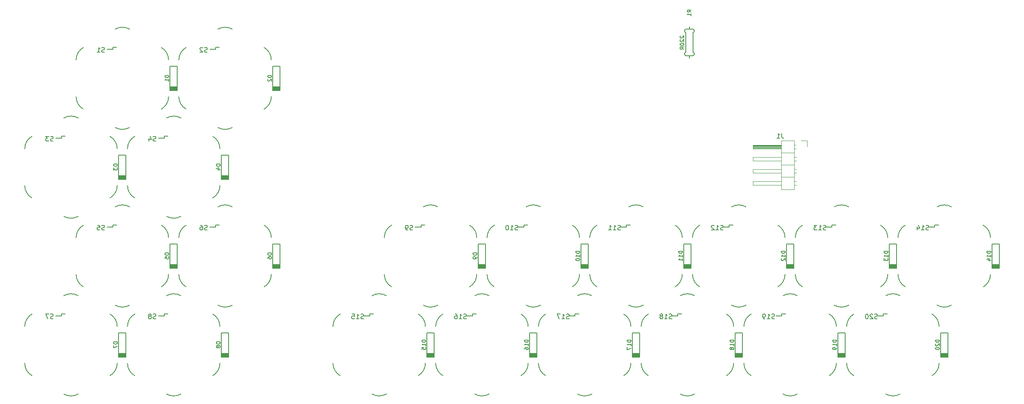
<source format=gbr>
%TF.GenerationSoftware,KiCad,Pcbnew,8.0.5*%
%TF.CreationDate,2024-11-29T19:22:44+02:00*%
%TF.ProjectId,harmi,6861726d-692e-46b6-9963-61645f706362,rev?*%
%TF.SameCoordinates,Original*%
%TF.FileFunction,Legend,Bot*%
%TF.FilePolarity,Positive*%
%FSLAX46Y46*%
G04 Gerber Fmt 4.6, Leading zero omitted, Abs format (unit mm)*
G04 Created by KiCad (PCBNEW 8.0.5) date 2024-11-29 19:22:44*
%MOMM*%
%LPD*%
G01*
G04 APERTURE LIST*
%ADD10C,0.150000*%
%ADD11C,0.200000*%
%ADD12C,0.120000*%
G04 APERTURE END LIST*
D10*
X186362295Y-69965891D02*
X185981342Y-69699224D01*
X186362295Y-69508748D02*
X185562295Y-69508748D01*
X185562295Y-69508748D02*
X185562295Y-69813510D01*
X185562295Y-69813510D02*
X185600390Y-69889700D01*
X185600390Y-69889700D02*
X185638485Y-69927795D01*
X185638485Y-69927795D02*
X185714676Y-69965891D01*
X185714676Y-69965891D02*
X185828961Y-69965891D01*
X185828961Y-69965891D02*
X185905152Y-69927795D01*
X185905152Y-69927795D02*
X185943247Y-69889700D01*
X185943247Y-69889700D02*
X185981342Y-69813510D01*
X185981342Y-69813510D02*
X185981342Y-69508748D01*
X186362295Y-70727795D02*
X186362295Y-70270652D01*
X186362295Y-70499224D02*
X185562295Y-70499224D01*
X185562295Y-70499224D02*
X185676580Y-70423033D01*
X185676580Y-70423033D02*
X185752771Y-70346843D01*
X185752771Y-70346843D02*
X185790866Y-70270652D01*
X184150205Y-74959523D02*
X184112110Y-74997619D01*
X184112110Y-74997619D02*
X184074015Y-75073809D01*
X184074015Y-75073809D02*
X184074015Y-75264285D01*
X184074015Y-75264285D02*
X184112110Y-75340476D01*
X184112110Y-75340476D02*
X184150205Y-75378571D01*
X184150205Y-75378571D02*
X184226396Y-75416666D01*
X184226396Y-75416666D02*
X184302586Y-75416666D01*
X184302586Y-75416666D02*
X184416872Y-75378571D01*
X184416872Y-75378571D02*
X184874015Y-74921428D01*
X184874015Y-74921428D02*
X184874015Y-75416666D01*
X184150205Y-75721428D02*
X184112110Y-75759524D01*
X184112110Y-75759524D02*
X184074015Y-75835714D01*
X184074015Y-75835714D02*
X184074015Y-76026190D01*
X184074015Y-76026190D02*
X184112110Y-76102381D01*
X184112110Y-76102381D02*
X184150205Y-76140476D01*
X184150205Y-76140476D02*
X184226396Y-76178571D01*
X184226396Y-76178571D02*
X184302586Y-76178571D01*
X184302586Y-76178571D02*
X184416872Y-76140476D01*
X184416872Y-76140476D02*
X184874015Y-75683333D01*
X184874015Y-75683333D02*
X184874015Y-76178571D01*
X184074015Y-76673810D02*
X184074015Y-76750000D01*
X184074015Y-76750000D02*
X184112110Y-76826191D01*
X184112110Y-76826191D02*
X184150205Y-76864286D01*
X184150205Y-76864286D02*
X184226396Y-76902381D01*
X184226396Y-76902381D02*
X184378777Y-76940476D01*
X184378777Y-76940476D02*
X184569253Y-76940476D01*
X184569253Y-76940476D02*
X184721634Y-76902381D01*
X184721634Y-76902381D02*
X184797824Y-76864286D01*
X184797824Y-76864286D02*
X184835920Y-76826191D01*
X184835920Y-76826191D02*
X184874015Y-76750000D01*
X184874015Y-76750000D02*
X184874015Y-76673810D01*
X184874015Y-76673810D02*
X184835920Y-76597619D01*
X184835920Y-76597619D02*
X184797824Y-76559524D01*
X184797824Y-76559524D02*
X184721634Y-76521429D01*
X184721634Y-76521429D02*
X184569253Y-76483333D01*
X184569253Y-76483333D02*
X184378777Y-76483333D01*
X184378777Y-76483333D02*
X184226396Y-76521429D01*
X184226396Y-76521429D02*
X184150205Y-76559524D01*
X184150205Y-76559524D02*
X184112110Y-76597619D01*
X184112110Y-76597619D02*
X184074015Y-76673810D01*
X184874015Y-77740477D02*
X184493062Y-77473810D01*
X184874015Y-77283334D02*
X184074015Y-77283334D01*
X184074015Y-77283334D02*
X184074015Y-77588096D01*
X184074015Y-77588096D02*
X184112110Y-77664286D01*
X184112110Y-77664286D02*
X184150205Y-77702381D01*
X184150205Y-77702381D02*
X184226396Y-77740477D01*
X184226396Y-77740477D02*
X184340681Y-77740477D01*
X184340681Y-77740477D02*
X184416872Y-77702381D01*
X184416872Y-77702381D02*
X184454967Y-77664286D01*
X184454967Y-77664286D02*
X184493062Y-77588096D01*
X184493062Y-77588096D02*
X184493062Y-77283334D01*
X238312295Y-138703171D02*
X237512295Y-138703171D01*
X237512295Y-138703171D02*
X237512295Y-138893647D01*
X237512295Y-138893647D02*
X237550390Y-139007933D01*
X237550390Y-139007933D02*
X237626580Y-139084123D01*
X237626580Y-139084123D02*
X237702771Y-139122218D01*
X237702771Y-139122218D02*
X237855152Y-139160314D01*
X237855152Y-139160314D02*
X237969438Y-139160314D01*
X237969438Y-139160314D02*
X238121819Y-139122218D01*
X238121819Y-139122218D02*
X238198009Y-139084123D01*
X238198009Y-139084123D02*
X238274200Y-139007933D01*
X238274200Y-139007933D02*
X238312295Y-138893647D01*
X238312295Y-138893647D02*
X238312295Y-138703171D01*
X237588485Y-139465075D02*
X237550390Y-139503171D01*
X237550390Y-139503171D02*
X237512295Y-139579361D01*
X237512295Y-139579361D02*
X237512295Y-139769837D01*
X237512295Y-139769837D02*
X237550390Y-139846028D01*
X237550390Y-139846028D02*
X237588485Y-139884123D01*
X237588485Y-139884123D02*
X237664676Y-139922218D01*
X237664676Y-139922218D02*
X237740866Y-139922218D01*
X237740866Y-139922218D02*
X237855152Y-139884123D01*
X237855152Y-139884123D02*
X238312295Y-139426980D01*
X238312295Y-139426980D02*
X238312295Y-139922218D01*
X237512295Y-140417457D02*
X237512295Y-140493647D01*
X237512295Y-140493647D02*
X237550390Y-140569838D01*
X237550390Y-140569838D02*
X237588485Y-140607933D01*
X237588485Y-140607933D02*
X237664676Y-140646028D01*
X237664676Y-140646028D02*
X237817057Y-140684123D01*
X237817057Y-140684123D02*
X238007533Y-140684123D01*
X238007533Y-140684123D02*
X238159914Y-140646028D01*
X238159914Y-140646028D02*
X238236104Y-140607933D01*
X238236104Y-140607933D02*
X238274200Y-140569838D01*
X238274200Y-140569838D02*
X238312295Y-140493647D01*
X238312295Y-140493647D02*
X238312295Y-140417457D01*
X238312295Y-140417457D02*
X238274200Y-140341266D01*
X238274200Y-140341266D02*
X238236104Y-140303171D01*
X238236104Y-140303171D02*
X238159914Y-140265076D01*
X238159914Y-140265076D02*
X238007533Y-140226980D01*
X238007533Y-140226980D02*
X237817057Y-140226980D01*
X237817057Y-140226980D02*
X237664676Y-140265076D01*
X237664676Y-140265076D02*
X237588485Y-140303171D01*
X237588485Y-140303171D02*
X237550390Y-140341266D01*
X237550390Y-140341266D02*
X237512295Y-140417457D01*
X216812295Y-138703171D02*
X216012295Y-138703171D01*
X216012295Y-138703171D02*
X216012295Y-138893647D01*
X216012295Y-138893647D02*
X216050390Y-139007933D01*
X216050390Y-139007933D02*
X216126580Y-139084123D01*
X216126580Y-139084123D02*
X216202771Y-139122218D01*
X216202771Y-139122218D02*
X216355152Y-139160314D01*
X216355152Y-139160314D02*
X216469438Y-139160314D01*
X216469438Y-139160314D02*
X216621819Y-139122218D01*
X216621819Y-139122218D02*
X216698009Y-139084123D01*
X216698009Y-139084123D02*
X216774200Y-139007933D01*
X216774200Y-139007933D02*
X216812295Y-138893647D01*
X216812295Y-138893647D02*
X216812295Y-138703171D01*
X216812295Y-139922218D02*
X216812295Y-139465075D01*
X216812295Y-139693647D02*
X216012295Y-139693647D01*
X216012295Y-139693647D02*
X216126580Y-139617456D01*
X216126580Y-139617456D02*
X216202771Y-139541266D01*
X216202771Y-139541266D02*
X216240866Y-139465075D01*
X216812295Y-140303171D02*
X216812295Y-140455552D01*
X216812295Y-140455552D02*
X216774200Y-140531742D01*
X216774200Y-140531742D02*
X216736104Y-140569838D01*
X216736104Y-140569838D02*
X216621819Y-140646028D01*
X216621819Y-140646028D02*
X216469438Y-140684123D01*
X216469438Y-140684123D02*
X216164676Y-140684123D01*
X216164676Y-140684123D02*
X216088485Y-140646028D01*
X216088485Y-140646028D02*
X216050390Y-140607933D01*
X216050390Y-140607933D02*
X216012295Y-140531742D01*
X216012295Y-140531742D02*
X216012295Y-140379361D01*
X216012295Y-140379361D02*
X216050390Y-140303171D01*
X216050390Y-140303171D02*
X216088485Y-140265076D01*
X216088485Y-140265076D02*
X216164676Y-140226980D01*
X216164676Y-140226980D02*
X216355152Y-140226980D01*
X216355152Y-140226980D02*
X216431342Y-140265076D01*
X216431342Y-140265076D02*
X216469438Y-140303171D01*
X216469438Y-140303171D02*
X216507533Y-140379361D01*
X216507533Y-140379361D02*
X216507533Y-140531742D01*
X216507533Y-140531742D02*
X216469438Y-140607933D01*
X216469438Y-140607933D02*
X216431342Y-140646028D01*
X216431342Y-140646028D02*
X216355152Y-140684123D01*
X195312295Y-138703171D02*
X194512295Y-138703171D01*
X194512295Y-138703171D02*
X194512295Y-138893647D01*
X194512295Y-138893647D02*
X194550390Y-139007933D01*
X194550390Y-139007933D02*
X194626580Y-139084123D01*
X194626580Y-139084123D02*
X194702771Y-139122218D01*
X194702771Y-139122218D02*
X194855152Y-139160314D01*
X194855152Y-139160314D02*
X194969438Y-139160314D01*
X194969438Y-139160314D02*
X195121819Y-139122218D01*
X195121819Y-139122218D02*
X195198009Y-139084123D01*
X195198009Y-139084123D02*
X195274200Y-139007933D01*
X195274200Y-139007933D02*
X195312295Y-138893647D01*
X195312295Y-138893647D02*
X195312295Y-138703171D01*
X195312295Y-139922218D02*
X195312295Y-139465075D01*
X195312295Y-139693647D02*
X194512295Y-139693647D01*
X194512295Y-139693647D02*
X194626580Y-139617456D01*
X194626580Y-139617456D02*
X194702771Y-139541266D01*
X194702771Y-139541266D02*
X194740866Y-139465075D01*
X194855152Y-140379361D02*
X194817057Y-140303171D01*
X194817057Y-140303171D02*
X194778961Y-140265076D01*
X194778961Y-140265076D02*
X194702771Y-140226980D01*
X194702771Y-140226980D02*
X194664676Y-140226980D01*
X194664676Y-140226980D02*
X194588485Y-140265076D01*
X194588485Y-140265076D02*
X194550390Y-140303171D01*
X194550390Y-140303171D02*
X194512295Y-140379361D01*
X194512295Y-140379361D02*
X194512295Y-140531742D01*
X194512295Y-140531742D02*
X194550390Y-140607933D01*
X194550390Y-140607933D02*
X194588485Y-140646028D01*
X194588485Y-140646028D02*
X194664676Y-140684123D01*
X194664676Y-140684123D02*
X194702771Y-140684123D01*
X194702771Y-140684123D02*
X194778961Y-140646028D01*
X194778961Y-140646028D02*
X194817057Y-140607933D01*
X194817057Y-140607933D02*
X194855152Y-140531742D01*
X194855152Y-140531742D02*
X194855152Y-140379361D01*
X194855152Y-140379361D02*
X194893247Y-140303171D01*
X194893247Y-140303171D02*
X194931342Y-140265076D01*
X194931342Y-140265076D02*
X195007533Y-140226980D01*
X195007533Y-140226980D02*
X195159914Y-140226980D01*
X195159914Y-140226980D02*
X195236104Y-140265076D01*
X195236104Y-140265076D02*
X195274200Y-140303171D01*
X195274200Y-140303171D02*
X195312295Y-140379361D01*
X195312295Y-140379361D02*
X195312295Y-140531742D01*
X195312295Y-140531742D02*
X195274200Y-140607933D01*
X195274200Y-140607933D02*
X195236104Y-140646028D01*
X195236104Y-140646028D02*
X195159914Y-140684123D01*
X195159914Y-140684123D02*
X195007533Y-140684123D01*
X195007533Y-140684123D02*
X194931342Y-140646028D01*
X194931342Y-140646028D02*
X194893247Y-140607933D01*
X194893247Y-140607933D02*
X194855152Y-140531742D01*
X173812295Y-138703171D02*
X173012295Y-138703171D01*
X173012295Y-138703171D02*
X173012295Y-138893647D01*
X173012295Y-138893647D02*
X173050390Y-139007933D01*
X173050390Y-139007933D02*
X173126580Y-139084123D01*
X173126580Y-139084123D02*
X173202771Y-139122218D01*
X173202771Y-139122218D02*
X173355152Y-139160314D01*
X173355152Y-139160314D02*
X173469438Y-139160314D01*
X173469438Y-139160314D02*
X173621819Y-139122218D01*
X173621819Y-139122218D02*
X173698009Y-139084123D01*
X173698009Y-139084123D02*
X173774200Y-139007933D01*
X173774200Y-139007933D02*
X173812295Y-138893647D01*
X173812295Y-138893647D02*
X173812295Y-138703171D01*
X173812295Y-139922218D02*
X173812295Y-139465075D01*
X173812295Y-139693647D02*
X173012295Y-139693647D01*
X173012295Y-139693647D02*
X173126580Y-139617456D01*
X173126580Y-139617456D02*
X173202771Y-139541266D01*
X173202771Y-139541266D02*
X173240866Y-139465075D01*
X173012295Y-140188885D02*
X173012295Y-140722219D01*
X173012295Y-140722219D02*
X173812295Y-140379361D01*
X152312295Y-138703171D02*
X151512295Y-138703171D01*
X151512295Y-138703171D02*
X151512295Y-138893647D01*
X151512295Y-138893647D02*
X151550390Y-139007933D01*
X151550390Y-139007933D02*
X151626580Y-139084123D01*
X151626580Y-139084123D02*
X151702771Y-139122218D01*
X151702771Y-139122218D02*
X151855152Y-139160314D01*
X151855152Y-139160314D02*
X151969438Y-139160314D01*
X151969438Y-139160314D02*
X152121819Y-139122218D01*
X152121819Y-139122218D02*
X152198009Y-139084123D01*
X152198009Y-139084123D02*
X152274200Y-139007933D01*
X152274200Y-139007933D02*
X152312295Y-138893647D01*
X152312295Y-138893647D02*
X152312295Y-138703171D01*
X152312295Y-139922218D02*
X152312295Y-139465075D01*
X152312295Y-139693647D02*
X151512295Y-139693647D01*
X151512295Y-139693647D02*
X151626580Y-139617456D01*
X151626580Y-139617456D02*
X151702771Y-139541266D01*
X151702771Y-139541266D02*
X151740866Y-139465075D01*
X151512295Y-140607933D02*
X151512295Y-140455552D01*
X151512295Y-140455552D02*
X151550390Y-140379361D01*
X151550390Y-140379361D02*
X151588485Y-140341266D01*
X151588485Y-140341266D02*
X151702771Y-140265076D01*
X151702771Y-140265076D02*
X151855152Y-140226980D01*
X151855152Y-140226980D02*
X152159914Y-140226980D01*
X152159914Y-140226980D02*
X152236104Y-140265076D01*
X152236104Y-140265076D02*
X152274200Y-140303171D01*
X152274200Y-140303171D02*
X152312295Y-140379361D01*
X152312295Y-140379361D02*
X152312295Y-140531742D01*
X152312295Y-140531742D02*
X152274200Y-140607933D01*
X152274200Y-140607933D02*
X152236104Y-140646028D01*
X152236104Y-140646028D02*
X152159914Y-140684123D01*
X152159914Y-140684123D02*
X151969438Y-140684123D01*
X151969438Y-140684123D02*
X151893247Y-140646028D01*
X151893247Y-140646028D02*
X151855152Y-140607933D01*
X151855152Y-140607933D02*
X151817057Y-140531742D01*
X151817057Y-140531742D02*
X151817057Y-140379361D01*
X151817057Y-140379361D02*
X151855152Y-140303171D01*
X151855152Y-140303171D02*
X151893247Y-140265076D01*
X151893247Y-140265076D02*
X151969438Y-140226980D01*
X130812295Y-138703171D02*
X130012295Y-138703171D01*
X130012295Y-138703171D02*
X130012295Y-138893647D01*
X130012295Y-138893647D02*
X130050390Y-139007933D01*
X130050390Y-139007933D02*
X130126580Y-139084123D01*
X130126580Y-139084123D02*
X130202771Y-139122218D01*
X130202771Y-139122218D02*
X130355152Y-139160314D01*
X130355152Y-139160314D02*
X130469438Y-139160314D01*
X130469438Y-139160314D02*
X130621819Y-139122218D01*
X130621819Y-139122218D02*
X130698009Y-139084123D01*
X130698009Y-139084123D02*
X130774200Y-139007933D01*
X130774200Y-139007933D02*
X130812295Y-138893647D01*
X130812295Y-138893647D02*
X130812295Y-138703171D01*
X130812295Y-139922218D02*
X130812295Y-139465075D01*
X130812295Y-139693647D02*
X130012295Y-139693647D01*
X130012295Y-139693647D02*
X130126580Y-139617456D01*
X130126580Y-139617456D02*
X130202771Y-139541266D01*
X130202771Y-139541266D02*
X130240866Y-139465075D01*
X130012295Y-140646028D02*
X130012295Y-140265076D01*
X130012295Y-140265076D02*
X130393247Y-140226980D01*
X130393247Y-140226980D02*
X130355152Y-140265076D01*
X130355152Y-140265076D02*
X130317057Y-140341266D01*
X130317057Y-140341266D02*
X130317057Y-140531742D01*
X130317057Y-140531742D02*
X130355152Y-140607933D01*
X130355152Y-140607933D02*
X130393247Y-140646028D01*
X130393247Y-140646028D02*
X130469438Y-140684123D01*
X130469438Y-140684123D02*
X130659914Y-140684123D01*
X130659914Y-140684123D02*
X130736104Y-140646028D01*
X130736104Y-140646028D02*
X130774200Y-140607933D01*
X130774200Y-140607933D02*
X130812295Y-140531742D01*
X130812295Y-140531742D02*
X130812295Y-140341266D01*
X130812295Y-140341266D02*
X130774200Y-140265076D01*
X130774200Y-140265076D02*
X130736104Y-140226980D01*
X249062295Y-120083623D02*
X248262295Y-120083623D01*
X248262295Y-120083623D02*
X248262295Y-120274099D01*
X248262295Y-120274099D02*
X248300390Y-120388385D01*
X248300390Y-120388385D02*
X248376580Y-120464575D01*
X248376580Y-120464575D02*
X248452771Y-120502670D01*
X248452771Y-120502670D02*
X248605152Y-120540766D01*
X248605152Y-120540766D02*
X248719438Y-120540766D01*
X248719438Y-120540766D02*
X248871819Y-120502670D01*
X248871819Y-120502670D02*
X248948009Y-120464575D01*
X248948009Y-120464575D02*
X249024200Y-120388385D01*
X249024200Y-120388385D02*
X249062295Y-120274099D01*
X249062295Y-120274099D02*
X249062295Y-120083623D01*
X249062295Y-121302670D02*
X249062295Y-120845527D01*
X249062295Y-121074099D02*
X248262295Y-121074099D01*
X248262295Y-121074099D02*
X248376580Y-120997908D01*
X248376580Y-120997908D02*
X248452771Y-120921718D01*
X248452771Y-120921718D02*
X248490866Y-120845527D01*
X248528961Y-121988385D02*
X249062295Y-121988385D01*
X248224200Y-121797909D02*
X248795628Y-121607432D01*
X248795628Y-121607432D02*
X248795628Y-122102671D01*
X227562295Y-120083623D02*
X226762295Y-120083623D01*
X226762295Y-120083623D02*
X226762295Y-120274099D01*
X226762295Y-120274099D02*
X226800390Y-120388385D01*
X226800390Y-120388385D02*
X226876580Y-120464575D01*
X226876580Y-120464575D02*
X226952771Y-120502670D01*
X226952771Y-120502670D02*
X227105152Y-120540766D01*
X227105152Y-120540766D02*
X227219438Y-120540766D01*
X227219438Y-120540766D02*
X227371819Y-120502670D01*
X227371819Y-120502670D02*
X227448009Y-120464575D01*
X227448009Y-120464575D02*
X227524200Y-120388385D01*
X227524200Y-120388385D02*
X227562295Y-120274099D01*
X227562295Y-120274099D02*
X227562295Y-120083623D01*
X227562295Y-121302670D02*
X227562295Y-120845527D01*
X227562295Y-121074099D02*
X226762295Y-121074099D01*
X226762295Y-121074099D02*
X226876580Y-120997908D01*
X226876580Y-120997908D02*
X226952771Y-120921718D01*
X226952771Y-120921718D02*
X226990866Y-120845527D01*
X226762295Y-121569337D02*
X226762295Y-122064575D01*
X226762295Y-122064575D02*
X227067057Y-121797909D01*
X227067057Y-121797909D02*
X227067057Y-121912194D01*
X227067057Y-121912194D02*
X227105152Y-121988385D01*
X227105152Y-121988385D02*
X227143247Y-122026480D01*
X227143247Y-122026480D02*
X227219438Y-122064575D01*
X227219438Y-122064575D02*
X227409914Y-122064575D01*
X227409914Y-122064575D02*
X227486104Y-122026480D01*
X227486104Y-122026480D02*
X227524200Y-121988385D01*
X227524200Y-121988385D02*
X227562295Y-121912194D01*
X227562295Y-121912194D02*
X227562295Y-121683623D01*
X227562295Y-121683623D02*
X227524200Y-121607432D01*
X227524200Y-121607432D02*
X227486104Y-121569337D01*
X206062295Y-120083623D02*
X205262295Y-120083623D01*
X205262295Y-120083623D02*
X205262295Y-120274099D01*
X205262295Y-120274099D02*
X205300390Y-120388385D01*
X205300390Y-120388385D02*
X205376580Y-120464575D01*
X205376580Y-120464575D02*
X205452771Y-120502670D01*
X205452771Y-120502670D02*
X205605152Y-120540766D01*
X205605152Y-120540766D02*
X205719438Y-120540766D01*
X205719438Y-120540766D02*
X205871819Y-120502670D01*
X205871819Y-120502670D02*
X205948009Y-120464575D01*
X205948009Y-120464575D02*
X206024200Y-120388385D01*
X206024200Y-120388385D02*
X206062295Y-120274099D01*
X206062295Y-120274099D02*
X206062295Y-120083623D01*
X206062295Y-121302670D02*
X206062295Y-120845527D01*
X206062295Y-121074099D02*
X205262295Y-121074099D01*
X205262295Y-121074099D02*
X205376580Y-120997908D01*
X205376580Y-120997908D02*
X205452771Y-120921718D01*
X205452771Y-120921718D02*
X205490866Y-120845527D01*
X205338485Y-121607432D02*
X205300390Y-121645528D01*
X205300390Y-121645528D02*
X205262295Y-121721718D01*
X205262295Y-121721718D02*
X205262295Y-121912194D01*
X205262295Y-121912194D02*
X205300390Y-121988385D01*
X205300390Y-121988385D02*
X205338485Y-122026480D01*
X205338485Y-122026480D02*
X205414676Y-122064575D01*
X205414676Y-122064575D02*
X205490866Y-122064575D01*
X205490866Y-122064575D02*
X205605152Y-122026480D01*
X205605152Y-122026480D02*
X206062295Y-121569337D01*
X206062295Y-121569337D02*
X206062295Y-122064575D01*
X184562295Y-120083623D02*
X183762295Y-120083623D01*
X183762295Y-120083623D02*
X183762295Y-120274099D01*
X183762295Y-120274099D02*
X183800390Y-120388385D01*
X183800390Y-120388385D02*
X183876580Y-120464575D01*
X183876580Y-120464575D02*
X183952771Y-120502670D01*
X183952771Y-120502670D02*
X184105152Y-120540766D01*
X184105152Y-120540766D02*
X184219438Y-120540766D01*
X184219438Y-120540766D02*
X184371819Y-120502670D01*
X184371819Y-120502670D02*
X184448009Y-120464575D01*
X184448009Y-120464575D02*
X184524200Y-120388385D01*
X184524200Y-120388385D02*
X184562295Y-120274099D01*
X184562295Y-120274099D02*
X184562295Y-120083623D01*
X184562295Y-121302670D02*
X184562295Y-120845527D01*
X184562295Y-121074099D02*
X183762295Y-121074099D01*
X183762295Y-121074099D02*
X183876580Y-120997908D01*
X183876580Y-120997908D02*
X183952771Y-120921718D01*
X183952771Y-120921718D02*
X183990866Y-120845527D01*
X184562295Y-122064575D02*
X184562295Y-121607432D01*
X184562295Y-121836004D02*
X183762295Y-121836004D01*
X183762295Y-121836004D02*
X183876580Y-121759813D01*
X183876580Y-121759813D02*
X183952771Y-121683623D01*
X183952771Y-121683623D02*
X183990866Y-121607432D01*
X163062295Y-120083623D02*
X162262295Y-120083623D01*
X162262295Y-120083623D02*
X162262295Y-120274099D01*
X162262295Y-120274099D02*
X162300390Y-120388385D01*
X162300390Y-120388385D02*
X162376580Y-120464575D01*
X162376580Y-120464575D02*
X162452771Y-120502670D01*
X162452771Y-120502670D02*
X162605152Y-120540766D01*
X162605152Y-120540766D02*
X162719438Y-120540766D01*
X162719438Y-120540766D02*
X162871819Y-120502670D01*
X162871819Y-120502670D02*
X162948009Y-120464575D01*
X162948009Y-120464575D02*
X163024200Y-120388385D01*
X163024200Y-120388385D02*
X163062295Y-120274099D01*
X163062295Y-120274099D02*
X163062295Y-120083623D01*
X163062295Y-121302670D02*
X163062295Y-120845527D01*
X163062295Y-121074099D02*
X162262295Y-121074099D01*
X162262295Y-121074099D02*
X162376580Y-120997908D01*
X162376580Y-120997908D02*
X162452771Y-120921718D01*
X162452771Y-120921718D02*
X162490866Y-120845527D01*
X162262295Y-121797909D02*
X162262295Y-121874099D01*
X162262295Y-121874099D02*
X162300390Y-121950290D01*
X162300390Y-121950290D02*
X162338485Y-121988385D01*
X162338485Y-121988385D02*
X162414676Y-122026480D01*
X162414676Y-122026480D02*
X162567057Y-122064575D01*
X162567057Y-122064575D02*
X162757533Y-122064575D01*
X162757533Y-122064575D02*
X162909914Y-122026480D01*
X162909914Y-122026480D02*
X162986104Y-121988385D01*
X162986104Y-121988385D02*
X163024200Y-121950290D01*
X163024200Y-121950290D02*
X163062295Y-121874099D01*
X163062295Y-121874099D02*
X163062295Y-121797909D01*
X163062295Y-121797909D02*
X163024200Y-121721718D01*
X163024200Y-121721718D02*
X162986104Y-121683623D01*
X162986104Y-121683623D02*
X162909914Y-121645528D01*
X162909914Y-121645528D02*
X162757533Y-121607432D01*
X162757533Y-121607432D02*
X162567057Y-121607432D01*
X162567057Y-121607432D02*
X162414676Y-121645528D01*
X162414676Y-121645528D02*
X162338485Y-121683623D01*
X162338485Y-121683623D02*
X162300390Y-121721718D01*
X162300390Y-121721718D02*
X162262295Y-121797909D01*
X141562295Y-120464576D02*
X140762295Y-120464576D01*
X140762295Y-120464576D02*
X140762295Y-120655052D01*
X140762295Y-120655052D02*
X140800390Y-120769338D01*
X140800390Y-120769338D02*
X140876580Y-120845528D01*
X140876580Y-120845528D02*
X140952771Y-120883623D01*
X140952771Y-120883623D02*
X141105152Y-120921719D01*
X141105152Y-120921719D02*
X141219438Y-120921719D01*
X141219438Y-120921719D02*
X141371819Y-120883623D01*
X141371819Y-120883623D02*
X141448009Y-120845528D01*
X141448009Y-120845528D02*
X141524200Y-120769338D01*
X141524200Y-120769338D02*
X141562295Y-120655052D01*
X141562295Y-120655052D02*
X141562295Y-120464576D01*
X141562295Y-121302671D02*
X141562295Y-121455052D01*
X141562295Y-121455052D02*
X141524200Y-121531242D01*
X141524200Y-121531242D02*
X141486104Y-121569338D01*
X141486104Y-121569338D02*
X141371819Y-121645528D01*
X141371819Y-121645528D02*
X141219438Y-121683623D01*
X141219438Y-121683623D02*
X140914676Y-121683623D01*
X140914676Y-121683623D02*
X140838485Y-121645528D01*
X140838485Y-121645528D02*
X140800390Y-121607433D01*
X140800390Y-121607433D02*
X140762295Y-121531242D01*
X140762295Y-121531242D02*
X140762295Y-121378861D01*
X140762295Y-121378861D02*
X140800390Y-121302671D01*
X140800390Y-121302671D02*
X140838485Y-121264576D01*
X140838485Y-121264576D02*
X140914676Y-121226480D01*
X140914676Y-121226480D02*
X141105152Y-121226480D01*
X141105152Y-121226480D02*
X141181342Y-121264576D01*
X141181342Y-121264576D02*
X141219438Y-121302671D01*
X141219438Y-121302671D02*
X141257533Y-121378861D01*
X141257533Y-121378861D02*
X141257533Y-121531242D01*
X141257533Y-121531242D02*
X141219438Y-121607433D01*
X141219438Y-121607433D02*
X141181342Y-121645528D01*
X141181342Y-121645528D02*
X141105152Y-121683623D01*
X87812295Y-139084124D02*
X87012295Y-139084124D01*
X87012295Y-139084124D02*
X87012295Y-139274600D01*
X87012295Y-139274600D02*
X87050390Y-139388886D01*
X87050390Y-139388886D02*
X87126580Y-139465076D01*
X87126580Y-139465076D02*
X87202771Y-139503171D01*
X87202771Y-139503171D02*
X87355152Y-139541267D01*
X87355152Y-139541267D02*
X87469438Y-139541267D01*
X87469438Y-139541267D02*
X87621819Y-139503171D01*
X87621819Y-139503171D02*
X87698009Y-139465076D01*
X87698009Y-139465076D02*
X87774200Y-139388886D01*
X87774200Y-139388886D02*
X87812295Y-139274600D01*
X87812295Y-139274600D02*
X87812295Y-139084124D01*
X87355152Y-139998409D02*
X87317057Y-139922219D01*
X87317057Y-139922219D02*
X87278961Y-139884124D01*
X87278961Y-139884124D02*
X87202771Y-139846028D01*
X87202771Y-139846028D02*
X87164676Y-139846028D01*
X87164676Y-139846028D02*
X87088485Y-139884124D01*
X87088485Y-139884124D02*
X87050390Y-139922219D01*
X87050390Y-139922219D02*
X87012295Y-139998409D01*
X87012295Y-139998409D02*
X87012295Y-140150790D01*
X87012295Y-140150790D02*
X87050390Y-140226981D01*
X87050390Y-140226981D02*
X87088485Y-140265076D01*
X87088485Y-140265076D02*
X87164676Y-140303171D01*
X87164676Y-140303171D02*
X87202771Y-140303171D01*
X87202771Y-140303171D02*
X87278961Y-140265076D01*
X87278961Y-140265076D02*
X87317057Y-140226981D01*
X87317057Y-140226981D02*
X87355152Y-140150790D01*
X87355152Y-140150790D02*
X87355152Y-139998409D01*
X87355152Y-139998409D02*
X87393247Y-139922219D01*
X87393247Y-139922219D02*
X87431342Y-139884124D01*
X87431342Y-139884124D02*
X87507533Y-139846028D01*
X87507533Y-139846028D02*
X87659914Y-139846028D01*
X87659914Y-139846028D02*
X87736104Y-139884124D01*
X87736104Y-139884124D02*
X87774200Y-139922219D01*
X87774200Y-139922219D02*
X87812295Y-139998409D01*
X87812295Y-139998409D02*
X87812295Y-140150790D01*
X87812295Y-140150790D02*
X87774200Y-140226981D01*
X87774200Y-140226981D02*
X87736104Y-140265076D01*
X87736104Y-140265076D02*
X87659914Y-140303171D01*
X87659914Y-140303171D02*
X87507533Y-140303171D01*
X87507533Y-140303171D02*
X87431342Y-140265076D01*
X87431342Y-140265076D02*
X87393247Y-140226981D01*
X87393247Y-140226981D02*
X87355152Y-140150790D01*
X66312295Y-139084124D02*
X65512295Y-139084124D01*
X65512295Y-139084124D02*
X65512295Y-139274600D01*
X65512295Y-139274600D02*
X65550390Y-139388886D01*
X65550390Y-139388886D02*
X65626580Y-139465076D01*
X65626580Y-139465076D02*
X65702771Y-139503171D01*
X65702771Y-139503171D02*
X65855152Y-139541267D01*
X65855152Y-139541267D02*
X65969438Y-139541267D01*
X65969438Y-139541267D02*
X66121819Y-139503171D01*
X66121819Y-139503171D02*
X66198009Y-139465076D01*
X66198009Y-139465076D02*
X66274200Y-139388886D01*
X66274200Y-139388886D02*
X66312295Y-139274600D01*
X66312295Y-139274600D02*
X66312295Y-139084124D01*
X65512295Y-139807933D02*
X65512295Y-140341267D01*
X65512295Y-140341267D02*
X66312295Y-139998409D01*
X98562295Y-120464576D02*
X97762295Y-120464576D01*
X97762295Y-120464576D02*
X97762295Y-120655052D01*
X97762295Y-120655052D02*
X97800390Y-120769338D01*
X97800390Y-120769338D02*
X97876580Y-120845528D01*
X97876580Y-120845528D02*
X97952771Y-120883623D01*
X97952771Y-120883623D02*
X98105152Y-120921719D01*
X98105152Y-120921719D02*
X98219438Y-120921719D01*
X98219438Y-120921719D02*
X98371819Y-120883623D01*
X98371819Y-120883623D02*
X98448009Y-120845528D01*
X98448009Y-120845528D02*
X98524200Y-120769338D01*
X98524200Y-120769338D02*
X98562295Y-120655052D01*
X98562295Y-120655052D02*
X98562295Y-120464576D01*
X97762295Y-121607433D02*
X97762295Y-121455052D01*
X97762295Y-121455052D02*
X97800390Y-121378861D01*
X97800390Y-121378861D02*
X97838485Y-121340766D01*
X97838485Y-121340766D02*
X97952771Y-121264576D01*
X97952771Y-121264576D02*
X98105152Y-121226480D01*
X98105152Y-121226480D02*
X98409914Y-121226480D01*
X98409914Y-121226480D02*
X98486104Y-121264576D01*
X98486104Y-121264576D02*
X98524200Y-121302671D01*
X98524200Y-121302671D02*
X98562295Y-121378861D01*
X98562295Y-121378861D02*
X98562295Y-121531242D01*
X98562295Y-121531242D02*
X98524200Y-121607433D01*
X98524200Y-121607433D02*
X98486104Y-121645528D01*
X98486104Y-121645528D02*
X98409914Y-121683623D01*
X98409914Y-121683623D02*
X98219438Y-121683623D01*
X98219438Y-121683623D02*
X98143247Y-121645528D01*
X98143247Y-121645528D02*
X98105152Y-121607433D01*
X98105152Y-121607433D02*
X98067057Y-121531242D01*
X98067057Y-121531242D02*
X98067057Y-121378861D01*
X98067057Y-121378861D02*
X98105152Y-121302671D01*
X98105152Y-121302671D02*
X98143247Y-121264576D01*
X98143247Y-121264576D02*
X98219438Y-121226480D01*
X77062295Y-120464576D02*
X76262295Y-120464576D01*
X76262295Y-120464576D02*
X76262295Y-120655052D01*
X76262295Y-120655052D02*
X76300390Y-120769338D01*
X76300390Y-120769338D02*
X76376580Y-120845528D01*
X76376580Y-120845528D02*
X76452771Y-120883623D01*
X76452771Y-120883623D02*
X76605152Y-120921719D01*
X76605152Y-120921719D02*
X76719438Y-120921719D01*
X76719438Y-120921719D02*
X76871819Y-120883623D01*
X76871819Y-120883623D02*
X76948009Y-120845528D01*
X76948009Y-120845528D02*
X77024200Y-120769338D01*
X77024200Y-120769338D02*
X77062295Y-120655052D01*
X77062295Y-120655052D02*
X77062295Y-120464576D01*
X76262295Y-121645528D02*
X76262295Y-121264576D01*
X76262295Y-121264576D02*
X76643247Y-121226480D01*
X76643247Y-121226480D02*
X76605152Y-121264576D01*
X76605152Y-121264576D02*
X76567057Y-121340766D01*
X76567057Y-121340766D02*
X76567057Y-121531242D01*
X76567057Y-121531242D02*
X76605152Y-121607433D01*
X76605152Y-121607433D02*
X76643247Y-121645528D01*
X76643247Y-121645528D02*
X76719438Y-121683623D01*
X76719438Y-121683623D02*
X76909914Y-121683623D01*
X76909914Y-121683623D02*
X76986104Y-121645528D01*
X76986104Y-121645528D02*
X77024200Y-121607433D01*
X77024200Y-121607433D02*
X77062295Y-121531242D01*
X77062295Y-121531242D02*
X77062295Y-121340766D01*
X77062295Y-121340766D02*
X77024200Y-121264576D01*
X77024200Y-121264576D02*
X76986104Y-121226480D01*
X87812295Y-101845028D02*
X87012295Y-101845028D01*
X87012295Y-101845028D02*
X87012295Y-102035504D01*
X87012295Y-102035504D02*
X87050390Y-102149790D01*
X87050390Y-102149790D02*
X87126580Y-102225980D01*
X87126580Y-102225980D02*
X87202771Y-102264075D01*
X87202771Y-102264075D02*
X87355152Y-102302171D01*
X87355152Y-102302171D02*
X87469438Y-102302171D01*
X87469438Y-102302171D02*
X87621819Y-102264075D01*
X87621819Y-102264075D02*
X87698009Y-102225980D01*
X87698009Y-102225980D02*
X87774200Y-102149790D01*
X87774200Y-102149790D02*
X87812295Y-102035504D01*
X87812295Y-102035504D02*
X87812295Y-101845028D01*
X87278961Y-102987885D02*
X87812295Y-102987885D01*
X86974200Y-102797409D02*
X87545628Y-102606932D01*
X87545628Y-102606932D02*
X87545628Y-103102171D01*
X66312295Y-101845028D02*
X65512295Y-101845028D01*
X65512295Y-101845028D02*
X65512295Y-102035504D01*
X65512295Y-102035504D02*
X65550390Y-102149790D01*
X65550390Y-102149790D02*
X65626580Y-102225980D01*
X65626580Y-102225980D02*
X65702771Y-102264075D01*
X65702771Y-102264075D02*
X65855152Y-102302171D01*
X65855152Y-102302171D02*
X65969438Y-102302171D01*
X65969438Y-102302171D02*
X66121819Y-102264075D01*
X66121819Y-102264075D02*
X66198009Y-102225980D01*
X66198009Y-102225980D02*
X66274200Y-102149790D01*
X66274200Y-102149790D02*
X66312295Y-102035504D01*
X66312295Y-102035504D02*
X66312295Y-101845028D01*
X65512295Y-102568837D02*
X65512295Y-103064075D01*
X65512295Y-103064075D02*
X65817057Y-102797409D01*
X65817057Y-102797409D02*
X65817057Y-102911694D01*
X65817057Y-102911694D02*
X65855152Y-102987885D01*
X65855152Y-102987885D02*
X65893247Y-103025980D01*
X65893247Y-103025980D02*
X65969438Y-103064075D01*
X65969438Y-103064075D02*
X66159914Y-103064075D01*
X66159914Y-103064075D02*
X66236104Y-103025980D01*
X66236104Y-103025980D02*
X66274200Y-102987885D01*
X66274200Y-102987885D02*
X66312295Y-102911694D01*
X66312295Y-102911694D02*
X66312295Y-102683123D01*
X66312295Y-102683123D02*
X66274200Y-102606932D01*
X66274200Y-102606932D02*
X66236104Y-102568837D01*
X98562295Y-83225480D02*
X97762295Y-83225480D01*
X97762295Y-83225480D02*
X97762295Y-83415956D01*
X97762295Y-83415956D02*
X97800390Y-83530242D01*
X97800390Y-83530242D02*
X97876580Y-83606432D01*
X97876580Y-83606432D02*
X97952771Y-83644527D01*
X97952771Y-83644527D02*
X98105152Y-83682623D01*
X98105152Y-83682623D02*
X98219438Y-83682623D01*
X98219438Y-83682623D02*
X98371819Y-83644527D01*
X98371819Y-83644527D02*
X98448009Y-83606432D01*
X98448009Y-83606432D02*
X98524200Y-83530242D01*
X98524200Y-83530242D02*
X98562295Y-83415956D01*
X98562295Y-83415956D02*
X98562295Y-83225480D01*
X97838485Y-83987384D02*
X97800390Y-84025480D01*
X97800390Y-84025480D02*
X97762295Y-84101670D01*
X97762295Y-84101670D02*
X97762295Y-84292146D01*
X97762295Y-84292146D02*
X97800390Y-84368337D01*
X97800390Y-84368337D02*
X97838485Y-84406432D01*
X97838485Y-84406432D02*
X97914676Y-84444527D01*
X97914676Y-84444527D02*
X97990866Y-84444527D01*
X97990866Y-84444527D02*
X98105152Y-84406432D01*
X98105152Y-84406432D02*
X98562295Y-83949289D01*
X98562295Y-83949289D02*
X98562295Y-84444527D01*
X77062295Y-83225480D02*
X76262295Y-83225480D01*
X76262295Y-83225480D02*
X76262295Y-83415956D01*
X76262295Y-83415956D02*
X76300390Y-83530242D01*
X76300390Y-83530242D02*
X76376580Y-83606432D01*
X76376580Y-83606432D02*
X76452771Y-83644527D01*
X76452771Y-83644527D02*
X76605152Y-83682623D01*
X76605152Y-83682623D02*
X76719438Y-83682623D01*
X76719438Y-83682623D02*
X76871819Y-83644527D01*
X76871819Y-83644527D02*
X76948009Y-83606432D01*
X76948009Y-83606432D02*
X77024200Y-83530242D01*
X77024200Y-83530242D02*
X77062295Y-83415956D01*
X77062295Y-83415956D02*
X77062295Y-83225480D01*
X77062295Y-84444527D02*
X77062295Y-83987384D01*
X77062295Y-84215956D02*
X76262295Y-84215956D01*
X76262295Y-84215956D02*
X76376580Y-84139765D01*
X76376580Y-84139765D02*
X76452771Y-84063575D01*
X76452771Y-84063575D02*
X76490866Y-83987384D01*
D11*
X225338094Y-134204600D02*
X225195237Y-134252219D01*
X225195237Y-134252219D02*
X224957142Y-134252219D01*
X224957142Y-134252219D02*
X224861904Y-134204600D01*
X224861904Y-134204600D02*
X224814285Y-134156980D01*
X224814285Y-134156980D02*
X224766666Y-134061742D01*
X224766666Y-134061742D02*
X224766666Y-133966504D01*
X224766666Y-133966504D02*
X224814285Y-133871266D01*
X224814285Y-133871266D02*
X224861904Y-133823647D01*
X224861904Y-133823647D02*
X224957142Y-133776028D01*
X224957142Y-133776028D02*
X225147618Y-133728409D01*
X225147618Y-133728409D02*
X225242856Y-133680790D01*
X225242856Y-133680790D02*
X225290475Y-133633171D01*
X225290475Y-133633171D02*
X225338094Y-133537933D01*
X225338094Y-133537933D02*
X225338094Y-133442695D01*
X225338094Y-133442695D02*
X225290475Y-133347457D01*
X225290475Y-133347457D02*
X225242856Y-133299838D01*
X225242856Y-133299838D02*
X225147618Y-133252219D01*
X225147618Y-133252219D02*
X224909523Y-133252219D01*
X224909523Y-133252219D02*
X224766666Y-133299838D01*
X224385713Y-133347457D02*
X224338094Y-133299838D01*
X224338094Y-133299838D02*
X224242856Y-133252219D01*
X224242856Y-133252219D02*
X224004761Y-133252219D01*
X224004761Y-133252219D02*
X223909523Y-133299838D01*
X223909523Y-133299838D02*
X223861904Y-133347457D01*
X223861904Y-133347457D02*
X223814285Y-133442695D01*
X223814285Y-133442695D02*
X223814285Y-133537933D01*
X223814285Y-133537933D02*
X223861904Y-133680790D01*
X223861904Y-133680790D02*
X224433332Y-134252219D01*
X224433332Y-134252219D02*
X223814285Y-134252219D01*
X223195237Y-133252219D02*
X223099999Y-133252219D01*
X223099999Y-133252219D02*
X223004761Y-133299838D01*
X223004761Y-133299838D02*
X222957142Y-133347457D01*
X222957142Y-133347457D02*
X222909523Y-133442695D01*
X222909523Y-133442695D02*
X222861904Y-133633171D01*
X222861904Y-133633171D02*
X222861904Y-133871266D01*
X222861904Y-133871266D02*
X222909523Y-134061742D01*
X222909523Y-134061742D02*
X222957142Y-134156980D01*
X222957142Y-134156980D02*
X223004761Y-134204600D01*
X223004761Y-134204600D02*
X223099999Y-134252219D01*
X223099999Y-134252219D02*
X223195237Y-134252219D01*
X223195237Y-134252219D02*
X223290475Y-134204600D01*
X223290475Y-134204600D02*
X223338094Y-134156980D01*
X223338094Y-134156980D02*
X223385713Y-134061742D01*
X223385713Y-134061742D02*
X223433332Y-133871266D01*
X223433332Y-133871266D02*
X223433332Y-133633171D01*
X223433332Y-133633171D02*
X223385713Y-133442695D01*
X223385713Y-133442695D02*
X223338094Y-133347457D01*
X223338094Y-133347457D02*
X223290475Y-133299838D01*
X223290475Y-133299838D02*
X223195237Y-133252219D01*
X203838094Y-134204600D02*
X203695237Y-134252219D01*
X203695237Y-134252219D02*
X203457142Y-134252219D01*
X203457142Y-134252219D02*
X203361904Y-134204600D01*
X203361904Y-134204600D02*
X203314285Y-134156980D01*
X203314285Y-134156980D02*
X203266666Y-134061742D01*
X203266666Y-134061742D02*
X203266666Y-133966504D01*
X203266666Y-133966504D02*
X203314285Y-133871266D01*
X203314285Y-133871266D02*
X203361904Y-133823647D01*
X203361904Y-133823647D02*
X203457142Y-133776028D01*
X203457142Y-133776028D02*
X203647618Y-133728409D01*
X203647618Y-133728409D02*
X203742856Y-133680790D01*
X203742856Y-133680790D02*
X203790475Y-133633171D01*
X203790475Y-133633171D02*
X203838094Y-133537933D01*
X203838094Y-133537933D02*
X203838094Y-133442695D01*
X203838094Y-133442695D02*
X203790475Y-133347457D01*
X203790475Y-133347457D02*
X203742856Y-133299838D01*
X203742856Y-133299838D02*
X203647618Y-133252219D01*
X203647618Y-133252219D02*
X203409523Y-133252219D01*
X203409523Y-133252219D02*
X203266666Y-133299838D01*
X202314285Y-134252219D02*
X202885713Y-134252219D01*
X202599999Y-134252219D02*
X202599999Y-133252219D01*
X202599999Y-133252219D02*
X202695237Y-133395076D01*
X202695237Y-133395076D02*
X202790475Y-133490314D01*
X202790475Y-133490314D02*
X202885713Y-133537933D01*
X201838094Y-134252219D02*
X201647618Y-134252219D01*
X201647618Y-134252219D02*
X201552380Y-134204600D01*
X201552380Y-134204600D02*
X201504761Y-134156980D01*
X201504761Y-134156980D02*
X201409523Y-134014123D01*
X201409523Y-134014123D02*
X201361904Y-133823647D01*
X201361904Y-133823647D02*
X201361904Y-133442695D01*
X201361904Y-133442695D02*
X201409523Y-133347457D01*
X201409523Y-133347457D02*
X201457142Y-133299838D01*
X201457142Y-133299838D02*
X201552380Y-133252219D01*
X201552380Y-133252219D02*
X201742856Y-133252219D01*
X201742856Y-133252219D02*
X201838094Y-133299838D01*
X201838094Y-133299838D02*
X201885713Y-133347457D01*
X201885713Y-133347457D02*
X201933332Y-133442695D01*
X201933332Y-133442695D02*
X201933332Y-133680790D01*
X201933332Y-133680790D02*
X201885713Y-133776028D01*
X201885713Y-133776028D02*
X201838094Y-133823647D01*
X201838094Y-133823647D02*
X201742856Y-133871266D01*
X201742856Y-133871266D02*
X201552380Y-133871266D01*
X201552380Y-133871266D02*
X201457142Y-133823647D01*
X201457142Y-133823647D02*
X201409523Y-133776028D01*
X201409523Y-133776028D02*
X201361904Y-133680790D01*
X182338094Y-134204600D02*
X182195237Y-134252219D01*
X182195237Y-134252219D02*
X181957142Y-134252219D01*
X181957142Y-134252219D02*
X181861904Y-134204600D01*
X181861904Y-134204600D02*
X181814285Y-134156980D01*
X181814285Y-134156980D02*
X181766666Y-134061742D01*
X181766666Y-134061742D02*
X181766666Y-133966504D01*
X181766666Y-133966504D02*
X181814285Y-133871266D01*
X181814285Y-133871266D02*
X181861904Y-133823647D01*
X181861904Y-133823647D02*
X181957142Y-133776028D01*
X181957142Y-133776028D02*
X182147618Y-133728409D01*
X182147618Y-133728409D02*
X182242856Y-133680790D01*
X182242856Y-133680790D02*
X182290475Y-133633171D01*
X182290475Y-133633171D02*
X182338094Y-133537933D01*
X182338094Y-133537933D02*
X182338094Y-133442695D01*
X182338094Y-133442695D02*
X182290475Y-133347457D01*
X182290475Y-133347457D02*
X182242856Y-133299838D01*
X182242856Y-133299838D02*
X182147618Y-133252219D01*
X182147618Y-133252219D02*
X181909523Y-133252219D01*
X181909523Y-133252219D02*
X181766666Y-133299838D01*
X180814285Y-134252219D02*
X181385713Y-134252219D01*
X181099999Y-134252219D02*
X181099999Y-133252219D01*
X181099999Y-133252219D02*
X181195237Y-133395076D01*
X181195237Y-133395076D02*
X181290475Y-133490314D01*
X181290475Y-133490314D02*
X181385713Y-133537933D01*
X180242856Y-133680790D02*
X180338094Y-133633171D01*
X180338094Y-133633171D02*
X180385713Y-133585552D01*
X180385713Y-133585552D02*
X180433332Y-133490314D01*
X180433332Y-133490314D02*
X180433332Y-133442695D01*
X180433332Y-133442695D02*
X180385713Y-133347457D01*
X180385713Y-133347457D02*
X180338094Y-133299838D01*
X180338094Y-133299838D02*
X180242856Y-133252219D01*
X180242856Y-133252219D02*
X180052380Y-133252219D01*
X180052380Y-133252219D02*
X179957142Y-133299838D01*
X179957142Y-133299838D02*
X179909523Y-133347457D01*
X179909523Y-133347457D02*
X179861904Y-133442695D01*
X179861904Y-133442695D02*
X179861904Y-133490314D01*
X179861904Y-133490314D02*
X179909523Y-133585552D01*
X179909523Y-133585552D02*
X179957142Y-133633171D01*
X179957142Y-133633171D02*
X180052380Y-133680790D01*
X180052380Y-133680790D02*
X180242856Y-133680790D01*
X180242856Y-133680790D02*
X180338094Y-133728409D01*
X180338094Y-133728409D02*
X180385713Y-133776028D01*
X180385713Y-133776028D02*
X180433332Y-133871266D01*
X180433332Y-133871266D02*
X180433332Y-134061742D01*
X180433332Y-134061742D02*
X180385713Y-134156980D01*
X180385713Y-134156980D02*
X180338094Y-134204600D01*
X180338094Y-134204600D02*
X180242856Y-134252219D01*
X180242856Y-134252219D02*
X180052380Y-134252219D01*
X180052380Y-134252219D02*
X179957142Y-134204600D01*
X179957142Y-134204600D02*
X179909523Y-134156980D01*
X179909523Y-134156980D02*
X179861904Y-134061742D01*
X179861904Y-134061742D02*
X179861904Y-133871266D01*
X179861904Y-133871266D02*
X179909523Y-133776028D01*
X179909523Y-133776028D02*
X179957142Y-133728409D01*
X179957142Y-133728409D02*
X180052380Y-133680790D01*
X160838094Y-134204600D02*
X160695237Y-134252219D01*
X160695237Y-134252219D02*
X160457142Y-134252219D01*
X160457142Y-134252219D02*
X160361904Y-134204600D01*
X160361904Y-134204600D02*
X160314285Y-134156980D01*
X160314285Y-134156980D02*
X160266666Y-134061742D01*
X160266666Y-134061742D02*
X160266666Y-133966504D01*
X160266666Y-133966504D02*
X160314285Y-133871266D01*
X160314285Y-133871266D02*
X160361904Y-133823647D01*
X160361904Y-133823647D02*
X160457142Y-133776028D01*
X160457142Y-133776028D02*
X160647618Y-133728409D01*
X160647618Y-133728409D02*
X160742856Y-133680790D01*
X160742856Y-133680790D02*
X160790475Y-133633171D01*
X160790475Y-133633171D02*
X160838094Y-133537933D01*
X160838094Y-133537933D02*
X160838094Y-133442695D01*
X160838094Y-133442695D02*
X160790475Y-133347457D01*
X160790475Y-133347457D02*
X160742856Y-133299838D01*
X160742856Y-133299838D02*
X160647618Y-133252219D01*
X160647618Y-133252219D02*
X160409523Y-133252219D01*
X160409523Y-133252219D02*
X160266666Y-133299838D01*
X159314285Y-134252219D02*
X159885713Y-134252219D01*
X159599999Y-134252219D02*
X159599999Y-133252219D01*
X159599999Y-133252219D02*
X159695237Y-133395076D01*
X159695237Y-133395076D02*
X159790475Y-133490314D01*
X159790475Y-133490314D02*
X159885713Y-133537933D01*
X158980951Y-133252219D02*
X158314285Y-133252219D01*
X158314285Y-133252219D02*
X158742856Y-134252219D01*
X139338094Y-134204600D02*
X139195237Y-134252219D01*
X139195237Y-134252219D02*
X138957142Y-134252219D01*
X138957142Y-134252219D02*
X138861904Y-134204600D01*
X138861904Y-134204600D02*
X138814285Y-134156980D01*
X138814285Y-134156980D02*
X138766666Y-134061742D01*
X138766666Y-134061742D02*
X138766666Y-133966504D01*
X138766666Y-133966504D02*
X138814285Y-133871266D01*
X138814285Y-133871266D02*
X138861904Y-133823647D01*
X138861904Y-133823647D02*
X138957142Y-133776028D01*
X138957142Y-133776028D02*
X139147618Y-133728409D01*
X139147618Y-133728409D02*
X139242856Y-133680790D01*
X139242856Y-133680790D02*
X139290475Y-133633171D01*
X139290475Y-133633171D02*
X139338094Y-133537933D01*
X139338094Y-133537933D02*
X139338094Y-133442695D01*
X139338094Y-133442695D02*
X139290475Y-133347457D01*
X139290475Y-133347457D02*
X139242856Y-133299838D01*
X139242856Y-133299838D02*
X139147618Y-133252219D01*
X139147618Y-133252219D02*
X138909523Y-133252219D01*
X138909523Y-133252219D02*
X138766666Y-133299838D01*
X137814285Y-134252219D02*
X138385713Y-134252219D01*
X138099999Y-134252219D02*
X138099999Y-133252219D01*
X138099999Y-133252219D02*
X138195237Y-133395076D01*
X138195237Y-133395076D02*
X138290475Y-133490314D01*
X138290475Y-133490314D02*
X138385713Y-133537933D01*
X136957142Y-133252219D02*
X137147618Y-133252219D01*
X137147618Y-133252219D02*
X137242856Y-133299838D01*
X137242856Y-133299838D02*
X137290475Y-133347457D01*
X137290475Y-133347457D02*
X137385713Y-133490314D01*
X137385713Y-133490314D02*
X137433332Y-133680790D01*
X137433332Y-133680790D02*
X137433332Y-134061742D01*
X137433332Y-134061742D02*
X137385713Y-134156980D01*
X137385713Y-134156980D02*
X137338094Y-134204600D01*
X137338094Y-134204600D02*
X137242856Y-134252219D01*
X137242856Y-134252219D02*
X137052380Y-134252219D01*
X137052380Y-134252219D02*
X136957142Y-134204600D01*
X136957142Y-134204600D02*
X136909523Y-134156980D01*
X136909523Y-134156980D02*
X136861904Y-134061742D01*
X136861904Y-134061742D02*
X136861904Y-133823647D01*
X136861904Y-133823647D02*
X136909523Y-133728409D01*
X136909523Y-133728409D02*
X136957142Y-133680790D01*
X136957142Y-133680790D02*
X137052380Y-133633171D01*
X137052380Y-133633171D02*
X137242856Y-133633171D01*
X137242856Y-133633171D02*
X137338094Y-133680790D01*
X137338094Y-133680790D02*
X137385713Y-133728409D01*
X137385713Y-133728409D02*
X137433332Y-133823647D01*
X117838094Y-134204600D02*
X117695237Y-134252219D01*
X117695237Y-134252219D02*
X117457142Y-134252219D01*
X117457142Y-134252219D02*
X117361904Y-134204600D01*
X117361904Y-134204600D02*
X117314285Y-134156980D01*
X117314285Y-134156980D02*
X117266666Y-134061742D01*
X117266666Y-134061742D02*
X117266666Y-133966504D01*
X117266666Y-133966504D02*
X117314285Y-133871266D01*
X117314285Y-133871266D02*
X117361904Y-133823647D01*
X117361904Y-133823647D02*
X117457142Y-133776028D01*
X117457142Y-133776028D02*
X117647618Y-133728409D01*
X117647618Y-133728409D02*
X117742856Y-133680790D01*
X117742856Y-133680790D02*
X117790475Y-133633171D01*
X117790475Y-133633171D02*
X117838094Y-133537933D01*
X117838094Y-133537933D02*
X117838094Y-133442695D01*
X117838094Y-133442695D02*
X117790475Y-133347457D01*
X117790475Y-133347457D02*
X117742856Y-133299838D01*
X117742856Y-133299838D02*
X117647618Y-133252219D01*
X117647618Y-133252219D02*
X117409523Y-133252219D01*
X117409523Y-133252219D02*
X117266666Y-133299838D01*
X116314285Y-134252219D02*
X116885713Y-134252219D01*
X116599999Y-134252219D02*
X116599999Y-133252219D01*
X116599999Y-133252219D02*
X116695237Y-133395076D01*
X116695237Y-133395076D02*
X116790475Y-133490314D01*
X116790475Y-133490314D02*
X116885713Y-133537933D01*
X115409523Y-133252219D02*
X115885713Y-133252219D01*
X115885713Y-133252219D02*
X115933332Y-133728409D01*
X115933332Y-133728409D02*
X115885713Y-133680790D01*
X115885713Y-133680790D02*
X115790475Y-133633171D01*
X115790475Y-133633171D02*
X115552380Y-133633171D01*
X115552380Y-133633171D02*
X115457142Y-133680790D01*
X115457142Y-133680790D02*
X115409523Y-133728409D01*
X115409523Y-133728409D02*
X115361904Y-133823647D01*
X115361904Y-133823647D02*
X115361904Y-134061742D01*
X115361904Y-134061742D02*
X115409523Y-134156980D01*
X115409523Y-134156980D02*
X115457142Y-134204600D01*
X115457142Y-134204600D02*
X115552380Y-134252219D01*
X115552380Y-134252219D02*
X115790475Y-134252219D01*
X115790475Y-134252219D02*
X115885713Y-134204600D01*
X115885713Y-134204600D02*
X115933332Y-134156980D01*
X236088094Y-115585052D02*
X235945237Y-115632671D01*
X235945237Y-115632671D02*
X235707142Y-115632671D01*
X235707142Y-115632671D02*
X235611904Y-115585052D01*
X235611904Y-115585052D02*
X235564285Y-115537432D01*
X235564285Y-115537432D02*
X235516666Y-115442194D01*
X235516666Y-115442194D02*
X235516666Y-115346956D01*
X235516666Y-115346956D02*
X235564285Y-115251718D01*
X235564285Y-115251718D02*
X235611904Y-115204099D01*
X235611904Y-115204099D02*
X235707142Y-115156480D01*
X235707142Y-115156480D02*
X235897618Y-115108861D01*
X235897618Y-115108861D02*
X235992856Y-115061242D01*
X235992856Y-115061242D02*
X236040475Y-115013623D01*
X236040475Y-115013623D02*
X236088094Y-114918385D01*
X236088094Y-114918385D02*
X236088094Y-114823147D01*
X236088094Y-114823147D02*
X236040475Y-114727909D01*
X236040475Y-114727909D02*
X235992856Y-114680290D01*
X235992856Y-114680290D02*
X235897618Y-114632671D01*
X235897618Y-114632671D02*
X235659523Y-114632671D01*
X235659523Y-114632671D02*
X235516666Y-114680290D01*
X234564285Y-115632671D02*
X235135713Y-115632671D01*
X234849999Y-115632671D02*
X234849999Y-114632671D01*
X234849999Y-114632671D02*
X234945237Y-114775528D01*
X234945237Y-114775528D02*
X235040475Y-114870766D01*
X235040475Y-114870766D02*
X235135713Y-114918385D01*
X233707142Y-114966004D02*
X233707142Y-115632671D01*
X233945237Y-114585052D02*
X234183332Y-115299337D01*
X234183332Y-115299337D02*
X233564285Y-115299337D01*
X214588094Y-115585052D02*
X214445237Y-115632671D01*
X214445237Y-115632671D02*
X214207142Y-115632671D01*
X214207142Y-115632671D02*
X214111904Y-115585052D01*
X214111904Y-115585052D02*
X214064285Y-115537432D01*
X214064285Y-115537432D02*
X214016666Y-115442194D01*
X214016666Y-115442194D02*
X214016666Y-115346956D01*
X214016666Y-115346956D02*
X214064285Y-115251718D01*
X214064285Y-115251718D02*
X214111904Y-115204099D01*
X214111904Y-115204099D02*
X214207142Y-115156480D01*
X214207142Y-115156480D02*
X214397618Y-115108861D01*
X214397618Y-115108861D02*
X214492856Y-115061242D01*
X214492856Y-115061242D02*
X214540475Y-115013623D01*
X214540475Y-115013623D02*
X214588094Y-114918385D01*
X214588094Y-114918385D02*
X214588094Y-114823147D01*
X214588094Y-114823147D02*
X214540475Y-114727909D01*
X214540475Y-114727909D02*
X214492856Y-114680290D01*
X214492856Y-114680290D02*
X214397618Y-114632671D01*
X214397618Y-114632671D02*
X214159523Y-114632671D01*
X214159523Y-114632671D02*
X214016666Y-114680290D01*
X213064285Y-115632671D02*
X213635713Y-115632671D01*
X213349999Y-115632671D02*
X213349999Y-114632671D01*
X213349999Y-114632671D02*
X213445237Y-114775528D01*
X213445237Y-114775528D02*
X213540475Y-114870766D01*
X213540475Y-114870766D02*
X213635713Y-114918385D01*
X212730951Y-114632671D02*
X212111904Y-114632671D01*
X212111904Y-114632671D02*
X212445237Y-115013623D01*
X212445237Y-115013623D02*
X212302380Y-115013623D01*
X212302380Y-115013623D02*
X212207142Y-115061242D01*
X212207142Y-115061242D02*
X212159523Y-115108861D01*
X212159523Y-115108861D02*
X212111904Y-115204099D01*
X212111904Y-115204099D02*
X212111904Y-115442194D01*
X212111904Y-115442194D02*
X212159523Y-115537432D01*
X212159523Y-115537432D02*
X212207142Y-115585052D01*
X212207142Y-115585052D02*
X212302380Y-115632671D01*
X212302380Y-115632671D02*
X212588094Y-115632671D01*
X212588094Y-115632671D02*
X212683332Y-115585052D01*
X212683332Y-115585052D02*
X212730951Y-115537432D01*
X193088094Y-115585052D02*
X192945237Y-115632671D01*
X192945237Y-115632671D02*
X192707142Y-115632671D01*
X192707142Y-115632671D02*
X192611904Y-115585052D01*
X192611904Y-115585052D02*
X192564285Y-115537432D01*
X192564285Y-115537432D02*
X192516666Y-115442194D01*
X192516666Y-115442194D02*
X192516666Y-115346956D01*
X192516666Y-115346956D02*
X192564285Y-115251718D01*
X192564285Y-115251718D02*
X192611904Y-115204099D01*
X192611904Y-115204099D02*
X192707142Y-115156480D01*
X192707142Y-115156480D02*
X192897618Y-115108861D01*
X192897618Y-115108861D02*
X192992856Y-115061242D01*
X192992856Y-115061242D02*
X193040475Y-115013623D01*
X193040475Y-115013623D02*
X193088094Y-114918385D01*
X193088094Y-114918385D02*
X193088094Y-114823147D01*
X193088094Y-114823147D02*
X193040475Y-114727909D01*
X193040475Y-114727909D02*
X192992856Y-114680290D01*
X192992856Y-114680290D02*
X192897618Y-114632671D01*
X192897618Y-114632671D02*
X192659523Y-114632671D01*
X192659523Y-114632671D02*
X192516666Y-114680290D01*
X191564285Y-115632671D02*
X192135713Y-115632671D01*
X191849999Y-115632671D02*
X191849999Y-114632671D01*
X191849999Y-114632671D02*
X191945237Y-114775528D01*
X191945237Y-114775528D02*
X192040475Y-114870766D01*
X192040475Y-114870766D02*
X192135713Y-114918385D01*
X191183332Y-114727909D02*
X191135713Y-114680290D01*
X191135713Y-114680290D02*
X191040475Y-114632671D01*
X191040475Y-114632671D02*
X190802380Y-114632671D01*
X190802380Y-114632671D02*
X190707142Y-114680290D01*
X190707142Y-114680290D02*
X190659523Y-114727909D01*
X190659523Y-114727909D02*
X190611904Y-114823147D01*
X190611904Y-114823147D02*
X190611904Y-114918385D01*
X190611904Y-114918385D02*
X190659523Y-115061242D01*
X190659523Y-115061242D02*
X191230951Y-115632671D01*
X191230951Y-115632671D02*
X190611904Y-115632671D01*
X171588094Y-115585052D02*
X171445237Y-115632671D01*
X171445237Y-115632671D02*
X171207142Y-115632671D01*
X171207142Y-115632671D02*
X171111904Y-115585052D01*
X171111904Y-115585052D02*
X171064285Y-115537432D01*
X171064285Y-115537432D02*
X171016666Y-115442194D01*
X171016666Y-115442194D02*
X171016666Y-115346956D01*
X171016666Y-115346956D02*
X171064285Y-115251718D01*
X171064285Y-115251718D02*
X171111904Y-115204099D01*
X171111904Y-115204099D02*
X171207142Y-115156480D01*
X171207142Y-115156480D02*
X171397618Y-115108861D01*
X171397618Y-115108861D02*
X171492856Y-115061242D01*
X171492856Y-115061242D02*
X171540475Y-115013623D01*
X171540475Y-115013623D02*
X171588094Y-114918385D01*
X171588094Y-114918385D02*
X171588094Y-114823147D01*
X171588094Y-114823147D02*
X171540475Y-114727909D01*
X171540475Y-114727909D02*
X171492856Y-114680290D01*
X171492856Y-114680290D02*
X171397618Y-114632671D01*
X171397618Y-114632671D02*
X171159523Y-114632671D01*
X171159523Y-114632671D02*
X171016666Y-114680290D01*
X170064285Y-115632671D02*
X170635713Y-115632671D01*
X170349999Y-115632671D02*
X170349999Y-114632671D01*
X170349999Y-114632671D02*
X170445237Y-114775528D01*
X170445237Y-114775528D02*
X170540475Y-114870766D01*
X170540475Y-114870766D02*
X170635713Y-114918385D01*
X169111904Y-115632671D02*
X169683332Y-115632671D01*
X169397618Y-115632671D02*
X169397618Y-114632671D01*
X169397618Y-114632671D02*
X169492856Y-114775528D01*
X169492856Y-114775528D02*
X169588094Y-114870766D01*
X169588094Y-114870766D02*
X169683332Y-114918385D01*
X150088094Y-115585052D02*
X149945237Y-115632671D01*
X149945237Y-115632671D02*
X149707142Y-115632671D01*
X149707142Y-115632671D02*
X149611904Y-115585052D01*
X149611904Y-115585052D02*
X149564285Y-115537432D01*
X149564285Y-115537432D02*
X149516666Y-115442194D01*
X149516666Y-115442194D02*
X149516666Y-115346956D01*
X149516666Y-115346956D02*
X149564285Y-115251718D01*
X149564285Y-115251718D02*
X149611904Y-115204099D01*
X149611904Y-115204099D02*
X149707142Y-115156480D01*
X149707142Y-115156480D02*
X149897618Y-115108861D01*
X149897618Y-115108861D02*
X149992856Y-115061242D01*
X149992856Y-115061242D02*
X150040475Y-115013623D01*
X150040475Y-115013623D02*
X150088094Y-114918385D01*
X150088094Y-114918385D02*
X150088094Y-114823147D01*
X150088094Y-114823147D02*
X150040475Y-114727909D01*
X150040475Y-114727909D02*
X149992856Y-114680290D01*
X149992856Y-114680290D02*
X149897618Y-114632671D01*
X149897618Y-114632671D02*
X149659523Y-114632671D01*
X149659523Y-114632671D02*
X149516666Y-114680290D01*
X148564285Y-115632671D02*
X149135713Y-115632671D01*
X148849999Y-115632671D02*
X148849999Y-114632671D01*
X148849999Y-114632671D02*
X148945237Y-114775528D01*
X148945237Y-114775528D02*
X149040475Y-114870766D01*
X149040475Y-114870766D02*
X149135713Y-114918385D01*
X147945237Y-114632671D02*
X147849999Y-114632671D01*
X147849999Y-114632671D02*
X147754761Y-114680290D01*
X147754761Y-114680290D02*
X147707142Y-114727909D01*
X147707142Y-114727909D02*
X147659523Y-114823147D01*
X147659523Y-114823147D02*
X147611904Y-115013623D01*
X147611904Y-115013623D02*
X147611904Y-115251718D01*
X147611904Y-115251718D02*
X147659523Y-115442194D01*
X147659523Y-115442194D02*
X147707142Y-115537432D01*
X147707142Y-115537432D02*
X147754761Y-115585052D01*
X147754761Y-115585052D02*
X147849999Y-115632671D01*
X147849999Y-115632671D02*
X147945237Y-115632671D01*
X147945237Y-115632671D02*
X148040475Y-115585052D01*
X148040475Y-115585052D02*
X148088094Y-115537432D01*
X148088094Y-115537432D02*
X148135713Y-115442194D01*
X148135713Y-115442194D02*
X148183332Y-115251718D01*
X148183332Y-115251718D02*
X148183332Y-115013623D01*
X148183332Y-115013623D02*
X148135713Y-114823147D01*
X148135713Y-114823147D02*
X148088094Y-114727909D01*
X148088094Y-114727909D02*
X148040475Y-114680290D01*
X148040475Y-114680290D02*
X147945237Y-114632671D01*
X128111904Y-115585052D02*
X127969047Y-115632671D01*
X127969047Y-115632671D02*
X127730952Y-115632671D01*
X127730952Y-115632671D02*
X127635714Y-115585052D01*
X127635714Y-115585052D02*
X127588095Y-115537432D01*
X127588095Y-115537432D02*
X127540476Y-115442194D01*
X127540476Y-115442194D02*
X127540476Y-115346956D01*
X127540476Y-115346956D02*
X127588095Y-115251718D01*
X127588095Y-115251718D02*
X127635714Y-115204099D01*
X127635714Y-115204099D02*
X127730952Y-115156480D01*
X127730952Y-115156480D02*
X127921428Y-115108861D01*
X127921428Y-115108861D02*
X128016666Y-115061242D01*
X128016666Y-115061242D02*
X128064285Y-115013623D01*
X128064285Y-115013623D02*
X128111904Y-114918385D01*
X128111904Y-114918385D02*
X128111904Y-114823147D01*
X128111904Y-114823147D02*
X128064285Y-114727909D01*
X128064285Y-114727909D02*
X128016666Y-114680290D01*
X128016666Y-114680290D02*
X127921428Y-114632671D01*
X127921428Y-114632671D02*
X127683333Y-114632671D01*
X127683333Y-114632671D02*
X127540476Y-114680290D01*
X127064285Y-115632671D02*
X126873809Y-115632671D01*
X126873809Y-115632671D02*
X126778571Y-115585052D01*
X126778571Y-115585052D02*
X126730952Y-115537432D01*
X126730952Y-115537432D02*
X126635714Y-115394575D01*
X126635714Y-115394575D02*
X126588095Y-115204099D01*
X126588095Y-115204099D02*
X126588095Y-114823147D01*
X126588095Y-114823147D02*
X126635714Y-114727909D01*
X126635714Y-114727909D02*
X126683333Y-114680290D01*
X126683333Y-114680290D02*
X126778571Y-114632671D01*
X126778571Y-114632671D02*
X126969047Y-114632671D01*
X126969047Y-114632671D02*
X127064285Y-114680290D01*
X127064285Y-114680290D02*
X127111904Y-114727909D01*
X127111904Y-114727909D02*
X127159523Y-114823147D01*
X127159523Y-114823147D02*
X127159523Y-115061242D01*
X127159523Y-115061242D02*
X127111904Y-115156480D01*
X127111904Y-115156480D02*
X127064285Y-115204099D01*
X127064285Y-115204099D02*
X126969047Y-115251718D01*
X126969047Y-115251718D02*
X126778571Y-115251718D01*
X126778571Y-115251718D02*
X126683333Y-115204099D01*
X126683333Y-115204099D02*
X126635714Y-115156480D01*
X126635714Y-115156480D02*
X126588095Y-115061242D01*
X74361904Y-134204600D02*
X74219047Y-134252219D01*
X74219047Y-134252219D02*
X73980952Y-134252219D01*
X73980952Y-134252219D02*
X73885714Y-134204600D01*
X73885714Y-134204600D02*
X73838095Y-134156980D01*
X73838095Y-134156980D02*
X73790476Y-134061742D01*
X73790476Y-134061742D02*
X73790476Y-133966504D01*
X73790476Y-133966504D02*
X73838095Y-133871266D01*
X73838095Y-133871266D02*
X73885714Y-133823647D01*
X73885714Y-133823647D02*
X73980952Y-133776028D01*
X73980952Y-133776028D02*
X74171428Y-133728409D01*
X74171428Y-133728409D02*
X74266666Y-133680790D01*
X74266666Y-133680790D02*
X74314285Y-133633171D01*
X74314285Y-133633171D02*
X74361904Y-133537933D01*
X74361904Y-133537933D02*
X74361904Y-133442695D01*
X74361904Y-133442695D02*
X74314285Y-133347457D01*
X74314285Y-133347457D02*
X74266666Y-133299838D01*
X74266666Y-133299838D02*
X74171428Y-133252219D01*
X74171428Y-133252219D02*
X73933333Y-133252219D01*
X73933333Y-133252219D02*
X73790476Y-133299838D01*
X73219047Y-133680790D02*
X73314285Y-133633171D01*
X73314285Y-133633171D02*
X73361904Y-133585552D01*
X73361904Y-133585552D02*
X73409523Y-133490314D01*
X73409523Y-133490314D02*
X73409523Y-133442695D01*
X73409523Y-133442695D02*
X73361904Y-133347457D01*
X73361904Y-133347457D02*
X73314285Y-133299838D01*
X73314285Y-133299838D02*
X73219047Y-133252219D01*
X73219047Y-133252219D02*
X73028571Y-133252219D01*
X73028571Y-133252219D02*
X72933333Y-133299838D01*
X72933333Y-133299838D02*
X72885714Y-133347457D01*
X72885714Y-133347457D02*
X72838095Y-133442695D01*
X72838095Y-133442695D02*
X72838095Y-133490314D01*
X72838095Y-133490314D02*
X72885714Y-133585552D01*
X72885714Y-133585552D02*
X72933333Y-133633171D01*
X72933333Y-133633171D02*
X73028571Y-133680790D01*
X73028571Y-133680790D02*
X73219047Y-133680790D01*
X73219047Y-133680790D02*
X73314285Y-133728409D01*
X73314285Y-133728409D02*
X73361904Y-133776028D01*
X73361904Y-133776028D02*
X73409523Y-133871266D01*
X73409523Y-133871266D02*
X73409523Y-134061742D01*
X73409523Y-134061742D02*
X73361904Y-134156980D01*
X73361904Y-134156980D02*
X73314285Y-134204600D01*
X73314285Y-134204600D02*
X73219047Y-134252219D01*
X73219047Y-134252219D02*
X73028571Y-134252219D01*
X73028571Y-134252219D02*
X72933333Y-134204600D01*
X72933333Y-134204600D02*
X72885714Y-134156980D01*
X72885714Y-134156980D02*
X72838095Y-134061742D01*
X72838095Y-134061742D02*
X72838095Y-133871266D01*
X72838095Y-133871266D02*
X72885714Y-133776028D01*
X72885714Y-133776028D02*
X72933333Y-133728409D01*
X72933333Y-133728409D02*
X73028571Y-133680790D01*
X52861904Y-134204600D02*
X52719047Y-134252219D01*
X52719047Y-134252219D02*
X52480952Y-134252219D01*
X52480952Y-134252219D02*
X52385714Y-134204600D01*
X52385714Y-134204600D02*
X52338095Y-134156980D01*
X52338095Y-134156980D02*
X52290476Y-134061742D01*
X52290476Y-134061742D02*
X52290476Y-133966504D01*
X52290476Y-133966504D02*
X52338095Y-133871266D01*
X52338095Y-133871266D02*
X52385714Y-133823647D01*
X52385714Y-133823647D02*
X52480952Y-133776028D01*
X52480952Y-133776028D02*
X52671428Y-133728409D01*
X52671428Y-133728409D02*
X52766666Y-133680790D01*
X52766666Y-133680790D02*
X52814285Y-133633171D01*
X52814285Y-133633171D02*
X52861904Y-133537933D01*
X52861904Y-133537933D02*
X52861904Y-133442695D01*
X52861904Y-133442695D02*
X52814285Y-133347457D01*
X52814285Y-133347457D02*
X52766666Y-133299838D01*
X52766666Y-133299838D02*
X52671428Y-133252219D01*
X52671428Y-133252219D02*
X52433333Y-133252219D01*
X52433333Y-133252219D02*
X52290476Y-133299838D01*
X51957142Y-133252219D02*
X51290476Y-133252219D01*
X51290476Y-133252219D02*
X51719047Y-134252219D01*
X85111904Y-115585052D02*
X84969047Y-115632671D01*
X84969047Y-115632671D02*
X84730952Y-115632671D01*
X84730952Y-115632671D02*
X84635714Y-115585052D01*
X84635714Y-115585052D02*
X84588095Y-115537432D01*
X84588095Y-115537432D02*
X84540476Y-115442194D01*
X84540476Y-115442194D02*
X84540476Y-115346956D01*
X84540476Y-115346956D02*
X84588095Y-115251718D01*
X84588095Y-115251718D02*
X84635714Y-115204099D01*
X84635714Y-115204099D02*
X84730952Y-115156480D01*
X84730952Y-115156480D02*
X84921428Y-115108861D01*
X84921428Y-115108861D02*
X85016666Y-115061242D01*
X85016666Y-115061242D02*
X85064285Y-115013623D01*
X85064285Y-115013623D02*
X85111904Y-114918385D01*
X85111904Y-114918385D02*
X85111904Y-114823147D01*
X85111904Y-114823147D02*
X85064285Y-114727909D01*
X85064285Y-114727909D02*
X85016666Y-114680290D01*
X85016666Y-114680290D02*
X84921428Y-114632671D01*
X84921428Y-114632671D02*
X84683333Y-114632671D01*
X84683333Y-114632671D02*
X84540476Y-114680290D01*
X83683333Y-114632671D02*
X83873809Y-114632671D01*
X83873809Y-114632671D02*
X83969047Y-114680290D01*
X83969047Y-114680290D02*
X84016666Y-114727909D01*
X84016666Y-114727909D02*
X84111904Y-114870766D01*
X84111904Y-114870766D02*
X84159523Y-115061242D01*
X84159523Y-115061242D02*
X84159523Y-115442194D01*
X84159523Y-115442194D02*
X84111904Y-115537432D01*
X84111904Y-115537432D02*
X84064285Y-115585052D01*
X84064285Y-115585052D02*
X83969047Y-115632671D01*
X83969047Y-115632671D02*
X83778571Y-115632671D01*
X83778571Y-115632671D02*
X83683333Y-115585052D01*
X83683333Y-115585052D02*
X83635714Y-115537432D01*
X83635714Y-115537432D02*
X83588095Y-115442194D01*
X83588095Y-115442194D02*
X83588095Y-115204099D01*
X83588095Y-115204099D02*
X83635714Y-115108861D01*
X83635714Y-115108861D02*
X83683333Y-115061242D01*
X83683333Y-115061242D02*
X83778571Y-115013623D01*
X83778571Y-115013623D02*
X83969047Y-115013623D01*
X83969047Y-115013623D02*
X84064285Y-115061242D01*
X84064285Y-115061242D02*
X84111904Y-115108861D01*
X84111904Y-115108861D02*
X84159523Y-115204099D01*
X63611904Y-115585052D02*
X63469047Y-115632671D01*
X63469047Y-115632671D02*
X63230952Y-115632671D01*
X63230952Y-115632671D02*
X63135714Y-115585052D01*
X63135714Y-115585052D02*
X63088095Y-115537432D01*
X63088095Y-115537432D02*
X63040476Y-115442194D01*
X63040476Y-115442194D02*
X63040476Y-115346956D01*
X63040476Y-115346956D02*
X63088095Y-115251718D01*
X63088095Y-115251718D02*
X63135714Y-115204099D01*
X63135714Y-115204099D02*
X63230952Y-115156480D01*
X63230952Y-115156480D02*
X63421428Y-115108861D01*
X63421428Y-115108861D02*
X63516666Y-115061242D01*
X63516666Y-115061242D02*
X63564285Y-115013623D01*
X63564285Y-115013623D02*
X63611904Y-114918385D01*
X63611904Y-114918385D02*
X63611904Y-114823147D01*
X63611904Y-114823147D02*
X63564285Y-114727909D01*
X63564285Y-114727909D02*
X63516666Y-114680290D01*
X63516666Y-114680290D02*
X63421428Y-114632671D01*
X63421428Y-114632671D02*
X63183333Y-114632671D01*
X63183333Y-114632671D02*
X63040476Y-114680290D01*
X62135714Y-114632671D02*
X62611904Y-114632671D01*
X62611904Y-114632671D02*
X62659523Y-115108861D01*
X62659523Y-115108861D02*
X62611904Y-115061242D01*
X62611904Y-115061242D02*
X62516666Y-115013623D01*
X62516666Y-115013623D02*
X62278571Y-115013623D01*
X62278571Y-115013623D02*
X62183333Y-115061242D01*
X62183333Y-115061242D02*
X62135714Y-115108861D01*
X62135714Y-115108861D02*
X62088095Y-115204099D01*
X62088095Y-115204099D02*
X62088095Y-115442194D01*
X62088095Y-115442194D02*
X62135714Y-115537432D01*
X62135714Y-115537432D02*
X62183333Y-115585052D01*
X62183333Y-115585052D02*
X62278571Y-115632671D01*
X62278571Y-115632671D02*
X62516666Y-115632671D01*
X62516666Y-115632671D02*
X62611904Y-115585052D01*
X62611904Y-115585052D02*
X62659523Y-115537432D01*
X74361904Y-96965504D02*
X74219047Y-97013123D01*
X74219047Y-97013123D02*
X73980952Y-97013123D01*
X73980952Y-97013123D02*
X73885714Y-96965504D01*
X73885714Y-96965504D02*
X73838095Y-96917884D01*
X73838095Y-96917884D02*
X73790476Y-96822646D01*
X73790476Y-96822646D02*
X73790476Y-96727408D01*
X73790476Y-96727408D02*
X73838095Y-96632170D01*
X73838095Y-96632170D02*
X73885714Y-96584551D01*
X73885714Y-96584551D02*
X73980952Y-96536932D01*
X73980952Y-96536932D02*
X74171428Y-96489313D01*
X74171428Y-96489313D02*
X74266666Y-96441694D01*
X74266666Y-96441694D02*
X74314285Y-96394075D01*
X74314285Y-96394075D02*
X74361904Y-96298837D01*
X74361904Y-96298837D02*
X74361904Y-96203599D01*
X74361904Y-96203599D02*
X74314285Y-96108361D01*
X74314285Y-96108361D02*
X74266666Y-96060742D01*
X74266666Y-96060742D02*
X74171428Y-96013123D01*
X74171428Y-96013123D02*
X73933333Y-96013123D01*
X73933333Y-96013123D02*
X73790476Y-96060742D01*
X72933333Y-96346456D02*
X72933333Y-97013123D01*
X73171428Y-95965504D02*
X73409523Y-96679789D01*
X73409523Y-96679789D02*
X72790476Y-96679789D01*
X52861904Y-96965504D02*
X52719047Y-97013123D01*
X52719047Y-97013123D02*
X52480952Y-97013123D01*
X52480952Y-97013123D02*
X52385714Y-96965504D01*
X52385714Y-96965504D02*
X52338095Y-96917884D01*
X52338095Y-96917884D02*
X52290476Y-96822646D01*
X52290476Y-96822646D02*
X52290476Y-96727408D01*
X52290476Y-96727408D02*
X52338095Y-96632170D01*
X52338095Y-96632170D02*
X52385714Y-96584551D01*
X52385714Y-96584551D02*
X52480952Y-96536932D01*
X52480952Y-96536932D02*
X52671428Y-96489313D01*
X52671428Y-96489313D02*
X52766666Y-96441694D01*
X52766666Y-96441694D02*
X52814285Y-96394075D01*
X52814285Y-96394075D02*
X52861904Y-96298837D01*
X52861904Y-96298837D02*
X52861904Y-96203599D01*
X52861904Y-96203599D02*
X52814285Y-96108361D01*
X52814285Y-96108361D02*
X52766666Y-96060742D01*
X52766666Y-96060742D02*
X52671428Y-96013123D01*
X52671428Y-96013123D02*
X52433333Y-96013123D01*
X52433333Y-96013123D02*
X52290476Y-96060742D01*
X51957142Y-96013123D02*
X51338095Y-96013123D01*
X51338095Y-96013123D02*
X51671428Y-96394075D01*
X51671428Y-96394075D02*
X51528571Y-96394075D01*
X51528571Y-96394075D02*
X51433333Y-96441694D01*
X51433333Y-96441694D02*
X51385714Y-96489313D01*
X51385714Y-96489313D02*
X51338095Y-96584551D01*
X51338095Y-96584551D02*
X51338095Y-96822646D01*
X51338095Y-96822646D02*
X51385714Y-96917884D01*
X51385714Y-96917884D02*
X51433333Y-96965504D01*
X51433333Y-96965504D02*
X51528571Y-97013123D01*
X51528571Y-97013123D02*
X51814285Y-97013123D01*
X51814285Y-97013123D02*
X51909523Y-96965504D01*
X51909523Y-96965504D02*
X51957142Y-96917884D01*
X85111904Y-78345956D02*
X84969047Y-78393575D01*
X84969047Y-78393575D02*
X84730952Y-78393575D01*
X84730952Y-78393575D02*
X84635714Y-78345956D01*
X84635714Y-78345956D02*
X84588095Y-78298336D01*
X84588095Y-78298336D02*
X84540476Y-78203098D01*
X84540476Y-78203098D02*
X84540476Y-78107860D01*
X84540476Y-78107860D02*
X84588095Y-78012622D01*
X84588095Y-78012622D02*
X84635714Y-77965003D01*
X84635714Y-77965003D02*
X84730952Y-77917384D01*
X84730952Y-77917384D02*
X84921428Y-77869765D01*
X84921428Y-77869765D02*
X85016666Y-77822146D01*
X85016666Y-77822146D02*
X85064285Y-77774527D01*
X85064285Y-77774527D02*
X85111904Y-77679289D01*
X85111904Y-77679289D02*
X85111904Y-77584051D01*
X85111904Y-77584051D02*
X85064285Y-77488813D01*
X85064285Y-77488813D02*
X85016666Y-77441194D01*
X85016666Y-77441194D02*
X84921428Y-77393575D01*
X84921428Y-77393575D02*
X84683333Y-77393575D01*
X84683333Y-77393575D02*
X84540476Y-77441194D01*
X84159523Y-77488813D02*
X84111904Y-77441194D01*
X84111904Y-77441194D02*
X84016666Y-77393575D01*
X84016666Y-77393575D02*
X83778571Y-77393575D01*
X83778571Y-77393575D02*
X83683333Y-77441194D01*
X83683333Y-77441194D02*
X83635714Y-77488813D01*
X83635714Y-77488813D02*
X83588095Y-77584051D01*
X83588095Y-77584051D02*
X83588095Y-77679289D01*
X83588095Y-77679289D02*
X83635714Y-77822146D01*
X83635714Y-77822146D02*
X84207142Y-78393575D01*
X84207142Y-78393575D02*
X83588095Y-78393575D01*
X63611904Y-78345956D02*
X63469047Y-78393575D01*
X63469047Y-78393575D02*
X63230952Y-78393575D01*
X63230952Y-78393575D02*
X63135714Y-78345956D01*
X63135714Y-78345956D02*
X63088095Y-78298336D01*
X63088095Y-78298336D02*
X63040476Y-78203098D01*
X63040476Y-78203098D02*
X63040476Y-78107860D01*
X63040476Y-78107860D02*
X63088095Y-78012622D01*
X63088095Y-78012622D02*
X63135714Y-77965003D01*
X63135714Y-77965003D02*
X63230952Y-77917384D01*
X63230952Y-77917384D02*
X63421428Y-77869765D01*
X63421428Y-77869765D02*
X63516666Y-77822146D01*
X63516666Y-77822146D02*
X63564285Y-77774527D01*
X63564285Y-77774527D02*
X63611904Y-77679289D01*
X63611904Y-77679289D02*
X63611904Y-77584051D01*
X63611904Y-77584051D02*
X63564285Y-77488813D01*
X63564285Y-77488813D02*
X63516666Y-77441194D01*
X63516666Y-77441194D02*
X63421428Y-77393575D01*
X63421428Y-77393575D02*
X63183333Y-77393575D01*
X63183333Y-77393575D02*
X63040476Y-77441194D01*
X62088095Y-78393575D02*
X62659523Y-78393575D01*
X62373809Y-78393575D02*
X62373809Y-77393575D01*
X62373809Y-77393575D02*
X62469047Y-77536432D01*
X62469047Y-77536432D02*
X62564285Y-77631670D01*
X62564285Y-77631670D02*
X62659523Y-77679289D01*
D10*
X205323333Y-95384819D02*
X205323333Y-96099104D01*
X205323333Y-96099104D02*
X205370952Y-96241961D01*
X205370952Y-96241961D02*
X205466190Y-96337200D01*
X205466190Y-96337200D02*
X205609047Y-96384819D01*
X205609047Y-96384819D02*
X205704285Y-96384819D01*
X204323333Y-96384819D02*
X204894761Y-96384819D01*
X204609047Y-96384819D02*
X204609047Y-95384819D01*
X204609047Y-95384819D02*
X204704285Y-95527676D01*
X204704285Y-95527676D02*
X204799523Y-95622914D01*
X204799523Y-95622914D02*
X204894761Y-95670533D01*
%TO.C,R1*%
X186000000Y-79144000D02*
X186000000Y-79652000D01*
X186000000Y-73048000D02*
X186000000Y-73556000D01*
X185238000Y-73556000D02*
X186762000Y-73556000D01*
X184984000Y-73810000D02*
X185238000Y-73556000D01*
X184984000Y-74064000D02*
X184984000Y-73810000D01*
X185238000Y-74318000D02*
X184984000Y-74064000D01*
X185238000Y-78382000D02*
X185238000Y-74318000D01*
X184984000Y-78636000D02*
X185238000Y-78382000D01*
X184984000Y-78890000D02*
X184984000Y-78636000D01*
X185238000Y-79144000D02*
X184984000Y-78890000D01*
X186762000Y-79144000D02*
X185238000Y-79144000D01*
X187016000Y-78890000D02*
X186762000Y-79144000D01*
X187016000Y-78636000D02*
X187016000Y-78890000D01*
X186762000Y-78382000D02*
X187016000Y-78636000D01*
X186762000Y-74318000D02*
X186762000Y-78382000D01*
X187016000Y-74064000D02*
X186762000Y-74318000D01*
X187016000Y-73810000D02*
X187016000Y-74064000D01*
X186762000Y-73556000D02*
X187016000Y-73810000D01*
%TO.C,D20*%
X238588000Y-141478000D02*
X240112000Y-141478000D01*
X238588000Y-141605000D02*
X240112000Y-141605000D01*
X240112000Y-141732000D02*
X238588000Y-141732000D01*
X238588000Y-142113000D02*
X240112000Y-142113000D01*
X240112000Y-141986000D02*
X238588000Y-141986000D01*
X238588000Y-141859000D02*
X240112000Y-141859000D01*
X240112000Y-137160000D02*
X238588000Y-137160000D01*
X240112000Y-142240000D02*
X240112000Y-137160000D01*
X238588000Y-142240000D02*
X240112000Y-142240000D01*
X238588000Y-137160000D02*
X238588000Y-142240000D01*
%TO.C,D19*%
X217088000Y-141478000D02*
X218612000Y-141478000D01*
X217088000Y-141605000D02*
X218612000Y-141605000D01*
X218612000Y-141732000D02*
X217088000Y-141732000D01*
X217088000Y-142113000D02*
X218612000Y-142113000D01*
X218612000Y-141986000D02*
X217088000Y-141986000D01*
X217088000Y-141859000D02*
X218612000Y-141859000D01*
X218612000Y-137160000D02*
X217088000Y-137160000D01*
X218612000Y-142240000D02*
X218612000Y-137160000D01*
X217088000Y-142240000D02*
X218612000Y-142240000D01*
X217088000Y-137160000D02*
X217088000Y-142240000D01*
%TO.C,D18*%
X195588000Y-141478000D02*
X197112000Y-141478000D01*
X195588000Y-141605000D02*
X197112000Y-141605000D01*
X197112000Y-141732000D02*
X195588000Y-141732000D01*
X195588000Y-142113000D02*
X197112000Y-142113000D01*
X197112000Y-141986000D02*
X195588000Y-141986000D01*
X195588000Y-141859000D02*
X197112000Y-141859000D01*
X197112000Y-137160000D02*
X195588000Y-137160000D01*
X197112000Y-142240000D02*
X197112000Y-137160000D01*
X195588000Y-142240000D02*
X197112000Y-142240000D01*
X195588000Y-137160000D02*
X195588000Y-142240000D01*
%TO.C,D17*%
X174088000Y-141478000D02*
X175612000Y-141478000D01*
X174088000Y-141605000D02*
X175612000Y-141605000D01*
X175612000Y-141732000D02*
X174088000Y-141732000D01*
X174088000Y-142113000D02*
X175612000Y-142113000D01*
X175612000Y-141986000D02*
X174088000Y-141986000D01*
X174088000Y-141859000D02*
X175612000Y-141859000D01*
X175612000Y-137160000D02*
X174088000Y-137160000D01*
X175612000Y-142240000D02*
X175612000Y-137160000D01*
X174088000Y-142240000D02*
X175612000Y-142240000D01*
X174088000Y-137160000D02*
X174088000Y-142240000D01*
%TO.C,D16*%
X152588000Y-141478000D02*
X154112000Y-141478000D01*
X152588000Y-141605000D02*
X154112000Y-141605000D01*
X154112000Y-141732000D02*
X152588000Y-141732000D01*
X152588000Y-142113000D02*
X154112000Y-142113000D01*
X154112000Y-141986000D02*
X152588000Y-141986000D01*
X152588000Y-141859000D02*
X154112000Y-141859000D01*
X154112000Y-137160000D02*
X152588000Y-137160000D01*
X154112000Y-142240000D02*
X154112000Y-137160000D01*
X152588000Y-142240000D02*
X154112000Y-142240000D01*
X152588000Y-137160000D02*
X152588000Y-142240000D01*
%TO.C,D15*%
X131088000Y-141478000D02*
X132612000Y-141478000D01*
X131088000Y-141605000D02*
X132612000Y-141605000D01*
X132612000Y-141732000D02*
X131088000Y-141732000D01*
X131088000Y-142113000D02*
X132612000Y-142113000D01*
X132612000Y-141986000D02*
X131088000Y-141986000D01*
X131088000Y-141859000D02*
X132612000Y-141859000D01*
X132612000Y-137160000D02*
X131088000Y-137160000D01*
X132612000Y-142240000D02*
X132612000Y-137160000D01*
X131088000Y-142240000D02*
X132612000Y-142240000D01*
X131088000Y-137160000D02*
X131088000Y-142240000D01*
%TO.C,D14*%
X249338000Y-122858452D02*
X250862000Y-122858452D01*
X249338000Y-122985452D02*
X250862000Y-122985452D01*
X250862000Y-123112452D02*
X249338000Y-123112452D01*
X249338000Y-123493452D02*
X250862000Y-123493452D01*
X250862000Y-123366452D02*
X249338000Y-123366452D01*
X249338000Y-123239452D02*
X250862000Y-123239452D01*
X250862000Y-118540452D02*
X249338000Y-118540452D01*
X250862000Y-123620452D02*
X250862000Y-118540452D01*
X249338000Y-123620452D02*
X250862000Y-123620452D01*
X249338000Y-118540452D02*
X249338000Y-123620452D01*
%TO.C,D13*%
X227838000Y-118540452D02*
X227838000Y-123620452D01*
X227838000Y-123620452D02*
X229362000Y-123620452D01*
X229362000Y-123620452D02*
X229362000Y-118540452D01*
X229362000Y-118540452D02*
X227838000Y-118540452D01*
X227838000Y-123239452D02*
X229362000Y-123239452D01*
X229362000Y-123366452D02*
X227838000Y-123366452D01*
X227838000Y-123493452D02*
X229362000Y-123493452D01*
X229362000Y-123112452D02*
X227838000Y-123112452D01*
X227838000Y-122985452D02*
X229362000Y-122985452D01*
X227838000Y-122858452D02*
X229362000Y-122858452D01*
%TO.C,D12*%
X206338000Y-122858452D02*
X207862000Y-122858452D01*
X206338000Y-122985452D02*
X207862000Y-122985452D01*
X207862000Y-123112452D02*
X206338000Y-123112452D01*
X206338000Y-123493452D02*
X207862000Y-123493452D01*
X207862000Y-123366452D02*
X206338000Y-123366452D01*
X206338000Y-123239452D02*
X207862000Y-123239452D01*
X207862000Y-118540452D02*
X206338000Y-118540452D01*
X207862000Y-123620452D02*
X207862000Y-118540452D01*
X206338000Y-123620452D02*
X207862000Y-123620452D01*
X206338000Y-118540452D02*
X206338000Y-123620452D01*
%TO.C,D11*%
X184838000Y-122858452D02*
X186362000Y-122858452D01*
X184838000Y-122985452D02*
X186362000Y-122985452D01*
X186362000Y-123112452D02*
X184838000Y-123112452D01*
X184838000Y-123493452D02*
X186362000Y-123493452D01*
X186362000Y-123366452D02*
X184838000Y-123366452D01*
X184838000Y-123239452D02*
X186362000Y-123239452D01*
X186362000Y-118540452D02*
X184838000Y-118540452D01*
X186362000Y-123620452D02*
X186362000Y-118540452D01*
X184838000Y-123620452D02*
X186362000Y-123620452D01*
X184838000Y-118540452D02*
X184838000Y-123620452D01*
%TO.C,D10*%
X163338000Y-122858452D02*
X164862000Y-122858452D01*
X163338000Y-122985452D02*
X164862000Y-122985452D01*
X164862000Y-123112452D02*
X163338000Y-123112452D01*
X163338000Y-123493452D02*
X164862000Y-123493452D01*
X164862000Y-123366452D02*
X163338000Y-123366452D01*
X163338000Y-123239452D02*
X164862000Y-123239452D01*
X164862000Y-118540452D02*
X163338000Y-118540452D01*
X164862000Y-123620452D02*
X164862000Y-118540452D01*
X163338000Y-123620452D02*
X164862000Y-123620452D01*
X163338000Y-118540452D02*
X163338000Y-123620452D01*
%TO.C,D9*%
X141838000Y-122858452D02*
X143362000Y-122858452D01*
X141838000Y-122985452D02*
X143362000Y-122985452D01*
X143362000Y-123112452D02*
X141838000Y-123112452D01*
X141838000Y-123493452D02*
X143362000Y-123493452D01*
X143362000Y-123366452D02*
X141838000Y-123366452D01*
X141838000Y-123239452D02*
X143362000Y-123239452D01*
X143362000Y-118540452D02*
X141838000Y-118540452D01*
X143362000Y-123620452D02*
X143362000Y-118540452D01*
X141838000Y-123620452D02*
X143362000Y-123620452D01*
X141838000Y-118540452D02*
X141838000Y-123620452D01*
%TO.C,D8*%
X88088000Y-141478000D02*
X89612000Y-141478000D01*
X88088000Y-141605000D02*
X89612000Y-141605000D01*
X89612000Y-141732000D02*
X88088000Y-141732000D01*
X88088000Y-142113000D02*
X89612000Y-142113000D01*
X89612000Y-141986000D02*
X88088000Y-141986000D01*
X88088000Y-141859000D02*
X89612000Y-141859000D01*
X89612000Y-137160000D02*
X88088000Y-137160000D01*
X89612000Y-142240000D02*
X89612000Y-137160000D01*
X88088000Y-142240000D02*
X89612000Y-142240000D01*
X88088000Y-137160000D02*
X88088000Y-142240000D01*
%TO.C,D7*%
X66588000Y-141478000D02*
X68112000Y-141478000D01*
X66588000Y-141605000D02*
X68112000Y-141605000D01*
X68112000Y-141732000D02*
X66588000Y-141732000D01*
X66588000Y-142113000D02*
X68112000Y-142113000D01*
X68112000Y-141986000D02*
X66588000Y-141986000D01*
X66588000Y-141859000D02*
X68112000Y-141859000D01*
X68112000Y-137160000D02*
X66588000Y-137160000D01*
X68112000Y-142240000D02*
X68112000Y-137160000D01*
X66588000Y-142240000D02*
X68112000Y-142240000D01*
X66588000Y-137160000D02*
X66588000Y-142240000D01*
%TO.C,D6*%
X98838000Y-122858452D02*
X100362000Y-122858452D01*
X98838000Y-122985452D02*
X100362000Y-122985452D01*
X100362000Y-123112452D02*
X98838000Y-123112452D01*
X98838000Y-123493452D02*
X100362000Y-123493452D01*
X100362000Y-123366452D02*
X98838000Y-123366452D01*
X98838000Y-123239452D02*
X100362000Y-123239452D01*
X100362000Y-118540452D02*
X98838000Y-118540452D01*
X100362000Y-123620452D02*
X100362000Y-118540452D01*
X98838000Y-123620452D02*
X100362000Y-123620452D01*
X98838000Y-118540452D02*
X98838000Y-123620452D01*
%TO.C,D5*%
X77338000Y-122858452D02*
X78862000Y-122858452D01*
X77338000Y-122985452D02*
X78862000Y-122985452D01*
X78862000Y-123112452D02*
X77338000Y-123112452D01*
X77338000Y-123493452D02*
X78862000Y-123493452D01*
X78862000Y-123366452D02*
X77338000Y-123366452D01*
X77338000Y-123239452D02*
X78862000Y-123239452D01*
X78862000Y-118540452D02*
X77338000Y-118540452D01*
X78862000Y-123620452D02*
X78862000Y-118540452D01*
X77338000Y-123620452D02*
X78862000Y-123620452D01*
X77338000Y-118540452D02*
X77338000Y-123620452D01*
%TO.C,D4*%
X88088000Y-104238904D02*
X89612000Y-104238904D01*
X88088000Y-104365904D02*
X89612000Y-104365904D01*
X89612000Y-104492904D02*
X88088000Y-104492904D01*
X88088000Y-104873904D02*
X89612000Y-104873904D01*
X89612000Y-104746904D02*
X88088000Y-104746904D01*
X88088000Y-104619904D02*
X89612000Y-104619904D01*
X89612000Y-99920904D02*
X88088000Y-99920904D01*
X89612000Y-105000904D02*
X89612000Y-99920904D01*
X88088000Y-105000904D02*
X89612000Y-105000904D01*
X88088000Y-99920904D02*
X88088000Y-105000904D01*
%TO.C,D3*%
X66588000Y-104238904D02*
X68112000Y-104238904D01*
X66588000Y-104365904D02*
X68112000Y-104365904D01*
X68112000Y-104492904D02*
X66588000Y-104492904D01*
X66588000Y-104873904D02*
X68112000Y-104873904D01*
X68112000Y-104746904D02*
X66588000Y-104746904D01*
X66588000Y-104619904D02*
X68112000Y-104619904D01*
X68112000Y-99920904D02*
X66588000Y-99920904D01*
X68112000Y-105000904D02*
X68112000Y-99920904D01*
X66588000Y-105000904D02*
X68112000Y-105000904D01*
X66588000Y-99920904D02*
X66588000Y-105000904D01*
%TO.C,D2*%
X98838000Y-85619356D02*
X100362000Y-85619356D01*
X98838000Y-85746356D02*
X100362000Y-85746356D01*
X100362000Y-85873356D02*
X98838000Y-85873356D01*
X98838000Y-86254356D02*
X100362000Y-86254356D01*
X100362000Y-86127356D02*
X98838000Y-86127356D01*
X98838000Y-86000356D02*
X100362000Y-86000356D01*
X100362000Y-81301356D02*
X98838000Y-81301356D01*
X100362000Y-86381356D02*
X100362000Y-81301356D01*
X98838000Y-86381356D02*
X100362000Y-86381356D01*
X98838000Y-81301356D02*
X98838000Y-86381356D01*
%TO.C,D1*%
X77338000Y-85619356D02*
X78862000Y-85619356D01*
X77338000Y-85746356D02*
X78862000Y-85746356D01*
X78862000Y-85873356D02*
X77338000Y-85873356D01*
X77338000Y-86254356D02*
X78862000Y-86254356D01*
X78862000Y-86127356D02*
X77338000Y-86127356D01*
X77338000Y-86000356D02*
X78862000Y-86000356D01*
X78862000Y-81301356D02*
X77338000Y-81301356D01*
X78862000Y-86381356D02*
X78862000Y-81301356D01*
X77338000Y-86381356D02*
X78862000Y-86381356D01*
X77338000Y-81301356D02*
X77338000Y-86381356D01*
%TO.C,RGB20*%
X226600000Y-133200000D02*
X227400000Y-133200000D01*
X225400000Y-133600000D02*
X226600000Y-133600000D01*
X226600000Y-133600000D02*
X226600000Y-133200000D01*
%TO.C,RGB19*%
X205350000Y-133200000D02*
X206150000Y-133200000D01*
X204150000Y-133600000D02*
X205350000Y-133600000D01*
X205350000Y-133600000D02*
X205350000Y-133200000D01*
%TO.C,RGB18*%
X183600000Y-133200000D02*
X184400000Y-133200000D01*
X182400000Y-133600000D02*
X183600000Y-133600000D01*
X183600000Y-133600000D02*
X183600000Y-133200000D01*
%TO.C,RGB17*%
X162100000Y-133200000D02*
X162900000Y-133200000D01*
X160900000Y-133600000D02*
X162100000Y-133600000D01*
X162100000Y-133600000D02*
X162100000Y-133200000D01*
%TO.C,RGB16*%
X140600000Y-133200000D02*
X141400000Y-133200000D01*
X139400000Y-133600000D02*
X140600000Y-133600000D01*
X140600000Y-133600000D02*
X140600000Y-133200000D01*
%TO.C,RGB15*%
X119100000Y-133200000D02*
X119900000Y-133200000D01*
X117900000Y-133600000D02*
X119100000Y-133600000D01*
X119100000Y-133600000D02*
X119100000Y-133200000D01*
%TO.C,RGB14*%
X237350000Y-114580452D02*
X238150000Y-114580452D01*
X236150000Y-114980452D02*
X237350000Y-114980452D01*
X237350000Y-114980452D02*
X237350000Y-114580452D01*
%TO.C,RGB13*%
X215850000Y-114580452D02*
X216650000Y-114580452D01*
X214650000Y-114980452D02*
X215850000Y-114980452D01*
X215850000Y-114980452D02*
X215850000Y-114580452D01*
%TO.C,RGB12*%
X194350000Y-114580452D02*
X195150000Y-114580452D01*
X193150000Y-114980452D02*
X194350000Y-114980452D01*
X194350000Y-114980452D02*
X194350000Y-114580452D01*
%TO.C,RGB11*%
X172850000Y-114580452D02*
X173650000Y-114580452D01*
X171650000Y-114980452D02*
X172850000Y-114980452D01*
X172850000Y-114980452D02*
X172850000Y-114580452D01*
%TO.C,RGB10*%
X151350000Y-114580452D02*
X152150000Y-114580452D01*
X150150000Y-114980452D02*
X151350000Y-114980452D01*
X151350000Y-114980452D02*
X151350000Y-114580452D01*
%TO.C,RGB9*%
X129850000Y-114580452D02*
X130650000Y-114580452D01*
X128650000Y-114980452D02*
X129850000Y-114980452D01*
X129850000Y-114980452D02*
X129850000Y-114580452D01*
%TO.C,RGB8*%
X76100000Y-133200000D02*
X76900000Y-133200000D01*
X74900000Y-133600000D02*
X76100000Y-133600000D01*
X76100000Y-133600000D02*
X76100000Y-133200000D01*
%TO.C,RGB7*%
X54600000Y-133200000D02*
X55400000Y-133200000D01*
X53400000Y-133600000D02*
X54600000Y-133600000D01*
X54600000Y-133600000D02*
X54600000Y-133200000D01*
%TO.C,RGB6*%
X86850000Y-114580452D02*
X87650000Y-114580452D01*
X85650000Y-114980452D02*
X86850000Y-114980452D01*
X86850000Y-114980452D02*
X86850000Y-114580452D01*
%TO.C,RGB5*%
X65350000Y-114580452D02*
X66150000Y-114580452D01*
X64150000Y-114980452D02*
X65350000Y-114980452D01*
X65350000Y-114980452D02*
X65350000Y-114580452D01*
%TO.C,RGB4*%
X76100000Y-95960904D02*
X76900000Y-95960904D01*
X74900000Y-96360904D02*
X76100000Y-96360904D01*
X76100000Y-96360904D02*
X76100000Y-95960904D01*
%TO.C,RGB3*%
X54600000Y-95960904D02*
X55400000Y-95960904D01*
X53400000Y-96360904D02*
X54600000Y-96360904D01*
X54600000Y-96360904D02*
X54600000Y-95960904D01*
%TO.C,RGB2*%
X86850000Y-77341356D02*
X87650000Y-77341356D01*
X85650000Y-77741356D02*
X86850000Y-77741356D01*
X86850000Y-77741356D02*
X86850000Y-77341356D01*
%TO.C,RGB1*%
X65350000Y-77741356D02*
X65350000Y-77341356D01*
X64150000Y-77741356D02*
X65350000Y-77741356D01*
X65350000Y-77341356D02*
X66150000Y-77341356D01*
%TO.C,S20*%
X238275000Y-143553813D02*
G75*
G02*
X236774999Y-146151887I-3000000J3D01*
G01*
X236775000Y-133248111D02*
G75*
G02*
X238275011Y-135846187I-1500000J-2598089D01*
G01*
X230100000Y-150005701D02*
G75*
G02*
X227100001Y-150005702I-1500000J2598076D01*
G01*
X227100000Y-129394299D02*
G75*
G02*
X230099999Y-129394298I1500000J-2598076D01*
G01*
X220425000Y-146151889D02*
G75*
G02*
X218925000Y-143553813I1500001J2598077D01*
G01*
X218925001Y-135846187D02*
G75*
G02*
X220425001Y-133248111I3000001J-1D01*
G01*
%TO.C,S19*%
X197425001Y-135846187D02*
G75*
G02*
X198925001Y-133248111I3000001J-1D01*
G01*
X198925000Y-146151889D02*
G75*
G02*
X197425000Y-143553813I1500001J2598077D01*
G01*
X205600000Y-129394299D02*
G75*
G02*
X208599999Y-129394298I1500000J-2598076D01*
G01*
X208600000Y-150005701D02*
G75*
G02*
X205600001Y-150005702I-1500000J2598076D01*
G01*
X215275000Y-133248111D02*
G75*
G02*
X216775011Y-135846187I-1500000J-2598089D01*
G01*
X216775000Y-143553813D02*
G75*
G02*
X215274999Y-146151887I-3000000J3D01*
G01*
%TO.C,S18*%
X175925001Y-135846187D02*
G75*
G02*
X177425001Y-133248111I3000001J-1D01*
G01*
X177425000Y-146151889D02*
G75*
G02*
X175925000Y-143553813I1500001J2598077D01*
G01*
X184100000Y-129394299D02*
G75*
G02*
X187099999Y-129394298I1500000J-2598076D01*
G01*
X187100000Y-150005701D02*
G75*
G02*
X184100001Y-150005702I-1500000J2598076D01*
G01*
X193775000Y-133248111D02*
G75*
G02*
X195275011Y-135846187I-1500000J-2598089D01*
G01*
X195275000Y-143553813D02*
G75*
G02*
X193774999Y-146151887I-3000000J3D01*
G01*
%TO.C,S17*%
X154425001Y-135846187D02*
G75*
G02*
X155925001Y-133248111I3000001J-1D01*
G01*
X155925000Y-146151889D02*
G75*
G02*
X154425000Y-143553813I1500001J2598077D01*
G01*
X162600000Y-129394299D02*
G75*
G02*
X165599999Y-129394298I1500000J-2598076D01*
G01*
X165600000Y-150005701D02*
G75*
G02*
X162600001Y-150005702I-1500000J2598076D01*
G01*
X172275000Y-133248111D02*
G75*
G02*
X173775011Y-135846187I-1500000J-2598089D01*
G01*
X173775000Y-143553813D02*
G75*
G02*
X172274999Y-146151887I-3000000J3D01*
G01*
%TO.C,S16*%
X132925001Y-135846187D02*
G75*
G02*
X134425001Y-133248111I3000001J-1D01*
G01*
X134425000Y-146151889D02*
G75*
G02*
X132925000Y-143553813I1500001J2598077D01*
G01*
X141100000Y-129394299D02*
G75*
G02*
X144099999Y-129394298I1500000J-2598076D01*
G01*
X144100000Y-150005701D02*
G75*
G02*
X141100001Y-150005702I-1500000J2598076D01*
G01*
X150775000Y-133248111D02*
G75*
G02*
X152275011Y-135846187I-1500000J-2598089D01*
G01*
X152275000Y-143553813D02*
G75*
G02*
X150774999Y-146151887I-3000000J3D01*
G01*
%TO.C,S15*%
X111425001Y-135846187D02*
G75*
G02*
X112925001Y-133248111I3000001J-1D01*
G01*
X112925000Y-146151889D02*
G75*
G02*
X111425000Y-143553813I1500001J2598077D01*
G01*
X119600000Y-129394299D02*
G75*
G02*
X122599999Y-129394298I1500000J-2598076D01*
G01*
X122600000Y-150005701D02*
G75*
G02*
X119600001Y-150005702I-1500000J2598076D01*
G01*
X129275000Y-133248111D02*
G75*
G02*
X130775011Y-135846187I-1500000J-2598089D01*
G01*
X130775000Y-143553813D02*
G75*
G02*
X129274999Y-146151887I-3000000J3D01*
G01*
%TO.C,S14*%
X229675001Y-117226639D02*
G75*
G02*
X231175001Y-114628563I3000001J-1D01*
G01*
X231175000Y-127532341D02*
G75*
G02*
X229675000Y-124934265I1500001J2598077D01*
G01*
X237850000Y-110774751D02*
G75*
G02*
X240849999Y-110774750I1500000J-2598076D01*
G01*
X240850000Y-131386153D02*
G75*
G02*
X237850001Y-131386154I-1500000J2598076D01*
G01*
X247525000Y-114628563D02*
G75*
G02*
X249025011Y-117226639I-1500000J-2598089D01*
G01*
X249025000Y-124934265D02*
G75*
G02*
X247524999Y-127532339I-3000000J3D01*
G01*
%TO.C,S13*%
X208175001Y-117226639D02*
G75*
G02*
X209675001Y-114628563I3000001J-1D01*
G01*
X209675000Y-127532341D02*
G75*
G02*
X208175000Y-124934265I1500001J2598077D01*
G01*
X216350000Y-110774751D02*
G75*
G02*
X219349999Y-110774750I1500000J-2598076D01*
G01*
X219350000Y-131386153D02*
G75*
G02*
X216350001Y-131386154I-1500000J2598076D01*
G01*
X226025000Y-114628563D02*
G75*
G02*
X227525011Y-117226639I-1500000J-2598089D01*
G01*
X227525000Y-124934265D02*
G75*
G02*
X226024999Y-127532339I-3000000J3D01*
G01*
%TO.C,S12*%
X186675001Y-117226639D02*
G75*
G02*
X188175001Y-114628563I3000001J-1D01*
G01*
X188175000Y-127532341D02*
G75*
G02*
X186675000Y-124934265I1500001J2598077D01*
G01*
X194850000Y-110774751D02*
G75*
G02*
X197849999Y-110774750I1500000J-2598076D01*
G01*
X197850000Y-131386153D02*
G75*
G02*
X194850001Y-131386154I-1500000J2598076D01*
G01*
X204525000Y-114628563D02*
G75*
G02*
X206025011Y-117226639I-1500000J-2598089D01*
G01*
X206025000Y-124934265D02*
G75*
G02*
X204524999Y-127532339I-3000000J3D01*
G01*
%TO.C,S11*%
X165175001Y-117226639D02*
G75*
G02*
X166675001Y-114628563I3000001J-1D01*
G01*
X166675000Y-127532341D02*
G75*
G02*
X165175000Y-124934265I1500001J2598077D01*
G01*
X173350000Y-110774751D02*
G75*
G02*
X176349999Y-110774750I1500000J-2598076D01*
G01*
X176350000Y-131386153D02*
G75*
G02*
X173350001Y-131386154I-1500000J2598076D01*
G01*
X183025000Y-114628563D02*
G75*
G02*
X184525011Y-117226639I-1500000J-2598089D01*
G01*
X184525000Y-124934265D02*
G75*
G02*
X183024999Y-127532339I-3000000J3D01*
G01*
%TO.C,S10*%
X143675001Y-117226639D02*
G75*
G02*
X145175001Y-114628563I3000001J-1D01*
G01*
X145175000Y-127532341D02*
G75*
G02*
X143675000Y-124934265I1500001J2598077D01*
G01*
X151850000Y-110774751D02*
G75*
G02*
X154849999Y-110774750I1500000J-2598076D01*
G01*
X154850000Y-131386153D02*
G75*
G02*
X151850001Y-131386154I-1500000J2598076D01*
G01*
X161525000Y-114628563D02*
G75*
G02*
X163025011Y-117226639I-1500000J-2598089D01*
G01*
X163025000Y-124934265D02*
G75*
G02*
X161524999Y-127532339I-3000000J3D01*
G01*
%TO.C,S9*%
X122175001Y-117226639D02*
G75*
G02*
X123675001Y-114628563I3000001J-1D01*
G01*
X123675000Y-127532341D02*
G75*
G02*
X122175000Y-124934265I1500001J2598077D01*
G01*
X130350000Y-110774751D02*
G75*
G02*
X133349999Y-110774750I1500000J-2598076D01*
G01*
X133350000Y-131386153D02*
G75*
G02*
X130350001Y-131386154I-1500000J2598076D01*
G01*
X140025000Y-114628563D02*
G75*
G02*
X141525011Y-117226639I-1500000J-2598089D01*
G01*
X141525000Y-124934265D02*
G75*
G02*
X140024999Y-127532339I-3000000J3D01*
G01*
%TO.C,S8*%
X68425001Y-135846187D02*
G75*
G02*
X69925001Y-133248111I3000001J-1D01*
G01*
X69925000Y-146151889D02*
G75*
G02*
X68425000Y-143553813I1500001J2598077D01*
G01*
X76600000Y-129394299D02*
G75*
G02*
X79599999Y-129394298I1500000J-2598076D01*
G01*
X79600000Y-150005701D02*
G75*
G02*
X76600001Y-150005702I-1500000J2598076D01*
G01*
X86275000Y-133248111D02*
G75*
G02*
X87775011Y-135846187I-1500000J-2598089D01*
G01*
X87775000Y-143553813D02*
G75*
G02*
X86274999Y-146151887I-3000000J3D01*
G01*
%TO.C,S7*%
X46925001Y-135846187D02*
G75*
G02*
X48425001Y-133248111I3000001J-1D01*
G01*
X48425000Y-146151889D02*
G75*
G02*
X46925000Y-143553813I1500001J2598077D01*
G01*
X55100000Y-129394299D02*
G75*
G02*
X58099999Y-129394298I1500000J-2598076D01*
G01*
X58100000Y-150005701D02*
G75*
G02*
X55100001Y-150005702I-1500000J2598076D01*
G01*
X64775000Y-133248111D02*
G75*
G02*
X66275011Y-135846187I-1500000J-2598089D01*
G01*
X66275000Y-143553813D02*
G75*
G02*
X64774999Y-146151887I-3000000J3D01*
G01*
%TO.C,S6*%
X79175001Y-117226639D02*
G75*
G02*
X80675001Y-114628563I3000001J-1D01*
G01*
X80675000Y-127532341D02*
G75*
G02*
X79175000Y-124934265I1500001J2598077D01*
G01*
X87350000Y-110774751D02*
G75*
G02*
X90349999Y-110774750I1500000J-2598076D01*
G01*
X90350000Y-131386153D02*
G75*
G02*
X87350001Y-131386154I-1500000J2598076D01*
G01*
X97025000Y-114628563D02*
G75*
G02*
X98525011Y-117226639I-1500000J-2598089D01*
G01*
X98525000Y-124934265D02*
G75*
G02*
X97024999Y-127532339I-3000000J3D01*
G01*
%TO.C,S5*%
X57675001Y-117226639D02*
G75*
G02*
X59175001Y-114628563I3000001J-1D01*
G01*
X59175000Y-127532341D02*
G75*
G02*
X57675000Y-124934265I1500001J2598077D01*
G01*
X65850000Y-110774751D02*
G75*
G02*
X68849999Y-110774750I1500000J-2598076D01*
G01*
X68850000Y-131386153D02*
G75*
G02*
X65850001Y-131386154I-1500000J2598076D01*
G01*
X75525000Y-114628563D02*
G75*
G02*
X77025011Y-117226639I-1500000J-2598089D01*
G01*
X77025000Y-124934265D02*
G75*
G02*
X75524999Y-127532339I-3000000J3D01*
G01*
%TO.C,S4*%
X68425001Y-98607091D02*
G75*
G02*
X69925001Y-96009015I3000001J-1D01*
G01*
X69925000Y-108912793D02*
G75*
G02*
X68425000Y-106314717I1500001J2598077D01*
G01*
X76600000Y-92155203D02*
G75*
G02*
X79599999Y-92155202I1500000J-2598076D01*
G01*
X79600000Y-112766605D02*
G75*
G02*
X76600001Y-112766606I-1500000J2598076D01*
G01*
X86275000Y-96009015D02*
G75*
G02*
X87775011Y-98607091I-1500000J-2598089D01*
G01*
X87775000Y-106314717D02*
G75*
G02*
X86274999Y-108912791I-3000000J3D01*
G01*
%TO.C,S3*%
X46925001Y-98607091D02*
G75*
G02*
X48425001Y-96009015I3000001J-1D01*
G01*
X48425000Y-108912793D02*
G75*
G02*
X46925000Y-106314717I1500001J2598077D01*
G01*
X55100000Y-92155203D02*
G75*
G02*
X58099999Y-92155202I1500000J-2598076D01*
G01*
X58100000Y-112766605D02*
G75*
G02*
X55100001Y-112766606I-1500000J2598076D01*
G01*
X64775000Y-96009015D02*
G75*
G02*
X66275011Y-98607091I-1500000J-2598089D01*
G01*
X66275000Y-106314717D02*
G75*
G02*
X64774999Y-108912791I-3000000J3D01*
G01*
%TO.C,S2*%
X79175001Y-79987543D02*
G75*
G02*
X80675001Y-77389467I3000001J-1D01*
G01*
X80675000Y-90293245D02*
G75*
G02*
X79175000Y-87695169I1500001J2598077D01*
G01*
X87350000Y-73535655D02*
G75*
G02*
X90349999Y-73535654I1500000J-2598076D01*
G01*
X90350000Y-94147057D02*
G75*
G02*
X87350001Y-94147058I-1500000J2598076D01*
G01*
X97025000Y-77389467D02*
G75*
G02*
X98525011Y-79987543I-1500000J-2598089D01*
G01*
X98525000Y-87695169D02*
G75*
G02*
X97024999Y-90293243I-3000000J3D01*
G01*
%TO.C,S1*%
X57675001Y-79987543D02*
G75*
G02*
X59175001Y-77389467I3000001J-1D01*
G01*
X59175000Y-90293245D02*
G75*
G02*
X57675000Y-87695169I1500001J2598077D01*
G01*
X65850000Y-73535655D02*
G75*
G02*
X68849999Y-73535654I1500000J-2598076D01*
G01*
X68850000Y-94147057D02*
G75*
G02*
X65850001Y-94147058I-1500000J2598076D01*
G01*
X75525000Y-77389467D02*
G75*
G02*
X77025011Y-79987543I-1500000J-2598089D01*
G01*
X77025000Y-87695169D02*
G75*
G02*
X75524999Y-90293243I-3000000J3D01*
G01*
D12*
%TO.C,J1*%
X205275000Y-106200000D02*
X199275000Y-106200000D01*
X199275000Y-106200000D02*
X199275000Y-105440000D01*
X205275000Y-103660000D02*
X199275000Y-103660000D01*
X199275000Y-103660000D02*
X199275000Y-102900000D01*
X205275000Y-101120000D02*
X199275000Y-101120000D01*
X199275000Y-101120000D02*
X199275000Y-100360000D01*
X205275000Y-98580000D02*
X199275000Y-98580000D01*
X199275000Y-98580000D02*
X199275000Y-97820000D01*
X205275000Y-96870000D02*
X205275000Y-107150000D01*
X199275000Y-105440000D02*
X205275000Y-105440000D01*
X199275000Y-102900000D02*
X205275000Y-102900000D01*
X199275000Y-100360000D02*
X205275000Y-100360000D01*
X199275000Y-98480000D02*
X205275000Y-98480000D01*
X199275000Y-98360000D02*
X205275000Y-98360000D01*
X199275000Y-98240000D02*
X205275000Y-98240000D01*
X199275000Y-98120000D02*
X205275000Y-98120000D01*
X199275000Y-98000000D02*
X205275000Y-98000000D01*
X199275000Y-97880000D02*
X205275000Y-97880000D01*
X199275000Y-97820000D02*
X205275000Y-97820000D01*
X207935000Y-96870000D02*
X205275000Y-96870000D01*
X205275000Y-107150000D02*
X207935000Y-107150000D01*
X205275000Y-104550000D02*
X207935000Y-104550000D01*
X205275000Y-102010000D02*
X207935000Y-102010000D01*
X205275000Y-99470000D02*
X207935000Y-99470000D01*
X207935000Y-107150000D02*
X207935000Y-96870000D01*
X207935000Y-98580000D02*
X208265000Y-98580000D01*
X207935000Y-97820000D02*
X208265000Y-97820000D01*
X207935000Y-106200000D02*
X208332071Y-106200000D01*
X207935000Y-105440000D02*
X208332071Y-105440000D01*
X207935000Y-103660000D02*
X208332071Y-103660000D01*
X207935000Y-102900000D02*
X208332071Y-102900000D01*
X207935000Y-101120000D02*
X208332071Y-101120000D01*
X207935000Y-100360000D02*
X208332071Y-100360000D01*
X210645000Y-96930000D02*
X210645000Y-98200000D01*
X209375000Y-96930000D02*
X210645000Y-96930000D01*
%TD*%
M02*

</source>
